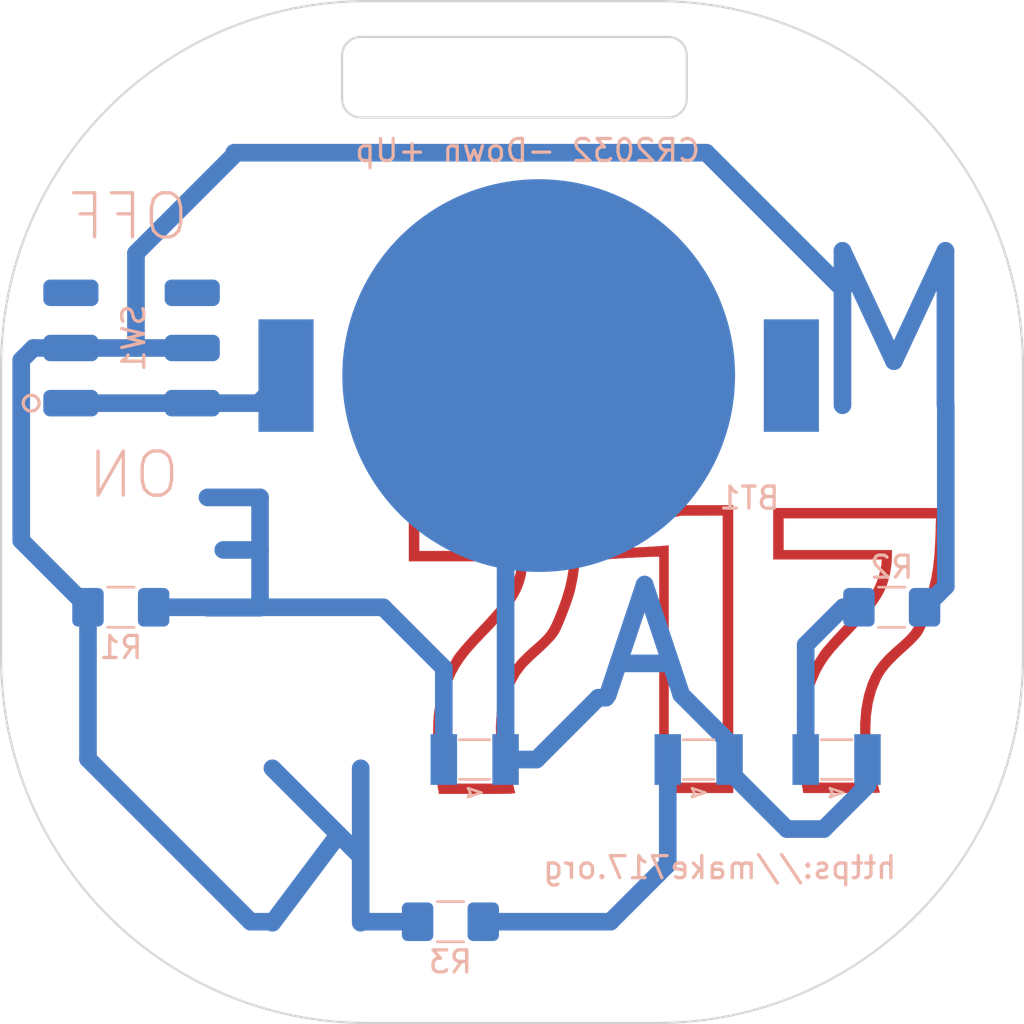
<source format=kicad_pcb>
(kicad_pcb (version 20171130) (host pcbnew "(5.1.5)-3")

  (general
    (thickness 1.6)
    (drawings 338)
    (tracks 41)
    (zones 0)
    (modules 12)
    (nets 9)
  )

  (page A4)
  (layers
    (0 F.Cu signal hide)
    (31 B.Cu signal)
    (32 B.Adhes user)
    (33 F.Adhes user)
    (34 B.Paste user)
    (35 F.Paste user)
    (36 B.SilkS user)
    (37 F.SilkS user)
    (38 B.Mask user)
    (39 F.Mask user hide)
    (40 Dwgs.User user)
    (41 Cmts.User user)
    (42 Eco1.User user)
    (43 Eco2.User user)
    (44 Edge.Cuts user)
    (45 Margin user)
    (46 B.CrtYd user)
    (47 F.CrtYd user)
    (48 B.Fab user)
    (49 F.Fab user)
  )

  (setup
    (last_trace_width 0.8)
    (user_trace_width 0.8)
    (trace_clearance 0.2)
    (zone_clearance 0.508)
    (zone_45_only no)
    (trace_min 0.2)
    (via_size 0.6)
    (via_drill 0.4)
    (via_min_size 0.4)
    (via_min_drill 0.3)
    (uvia_size 0.3)
    (uvia_drill 0.1)
    (uvias_allowed no)
    (uvia_min_size 0.2)
    (uvia_min_drill 0.1)
    (edge_width 0.15)
    (segment_width 0.2)
    (pcb_text_width 0.3)
    (pcb_text_size 1.5 1.5)
    (mod_edge_width 0.15)
    (mod_text_size 1 1)
    (mod_text_width 0.15)
    (pad_size 1.524 1.524)
    (pad_drill 0.762)
    (pad_to_mask_clearance 0.2)
    (aux_axis_origin 0 0)
    (visible_elements 7FFFFFFF)
    (pcbplotparams
      (layerselection 0x010f0_ffffffff)
      (usegerberextensions false)
      (usegerberattributes false)
      (usegerberadvancedattributes false)
      (creategerberjobfile false)
      (excludeedgelayer true)
      (linewidth 0.100000)
      (plotframeref false)
      (viasonmask false)
      (mode 1)
      (useauxorigin false)
      (hpglpennumber 1)
      (hpglpenspeed 20)
      (hpglpendiameter 15.000000)
      (psnegative false)
      (psa4output false)
      (plotreference true)
      (plotvalue true)
      (plotinvisibletext false)
      (padsonsilk false)
      (subtractmaskfromsilk false)
      (outputformat 1)
      (mirror false)
      (drillshape 0)
      (scaleselection 1)
      (outputdirectory "gerbers/"))
  )

  (net 0 "")
  (net 1 GND)
  (net 2 "Net-(BT1-Pad1)")
  (net 3 "Net-(D1-Pad2)")
  (net 4 "Net-(D2-Pad2)")
  (net 5 "Net-(D3-Pad2)")
  (net 6 "Net-(R1-Pad1)")
  (net 7 "Net-(SW1-Pad6)")
  (net 8 "Net-(SW1-Pad3)")

  (net_class Default "This is the default net class."
    (clearance 0.2)
    (trace_width 0.25)
    (via_dia 0.6)
    (via_drill 0.4)
    (uvia_dia 0.3)
    (uvia_drill 0.1)
    (add_net GND)
    (add_net "Net-(BT1-Pad1)")
    (add_net "Net-(D1-Pad2)")
    (add_net "Net-(D2-Pad2)")
    (add_net "Net-(D3-Pad2)")
    (add_net "Net-(R1-Pad1)")
    (add_net "Net-(SW1-Pad3)")
    (add_net "Net-(SW1-Pad6)")
  )

  (module LOGO (layer F.Cu) (tedit 0) (tstamp 0)
    (at 166 70.2)
    (fp_text reference G*** (at 0 0) (layer F.SilkS) hide
      (effects (font (size 1.524 1.524) (thickness 0.3)))
    )
    (fp_text value LOGO (at 0.75 0) (layer F.SilkS) hide
      (effects (font (size 1.524 1.524) (thickness 0.3)))
    )
    (fp_poly (pts (xy -22.098575 25.601084) (xy -22.111707 26.344404) (xy -22.148619 27.041318) (xy -22.208478 27.68393)
      (xy -22.290455 28.264345) (xy -22.393719 28.77467) (xy -22.458381 29.0195) (xy -22.528337 29.242041)
      (xy -22.618953 29.503313) (xy -22.722946 29.784786) (xy -22.833033 30.067927) (xy -22.941932 30.334206)
      (xy -23.04236 30.565089) (xy -23.127035 30.742046) (xy -23.157078 30.797447) (xy -23.26822 30.954908)
      (xy -23.444841 31.156832) (xy -23.683011 31.399192) (xy -23.9788 31.677965) (xy -24.275337 31.942948)
      (xy -24.632037 32.294493) (xy -24.918708 32.668425) (xy -25.144717 33.080232) (xy -25.319428 33.545397)
      (xy -25.383641 33.775602) (xy -25.470309 34.222806) (xy -25.521024 34.72668) (xy -25.53551 35.267114)
      (xy -25.513496 35.823996) (xy -25.454706 36.377217) (xy -25.421888 36.586843) (xy -25.388837 36.768009)
      (xy -25.346467 36.983862) (xy -25.298627 37.216572) (xy -25.249166 37.448306) (xy -25.201933 37.661234)
      (xy -25.160776 37.837523) (xy -25.129544 37.959344) (xy -25.117061 37.999155) (xy -25.122434 38.013865)
      (xy -25.155546 38.025968) (xy -25.223363 38.0357) (xy -25.332849 38.043302) (xy -25.49097 38.049009)
      (xy -25.704689 38.05306) (xy -25.980973 38.055694) (xy -26.326785 38.057146) (xy -26.749091 38.057657)
      (xy -26.830458 38.057667) (xy -28.566308 38.057667) (xy -28.616274 37.771917) (xy -28.691905 37.276232)
      (xy -28.75198 36.752004) (xy -28.795561 36.21781) (xy -28.821709 35.692227) (xy -28.829483 35.193832)
      (xy -28.817944 34.741203) (xy -28.788253 34.370644) (xy -28.668949 33.67589) (xy -28.4776 33.014772)
      (xy -28.216685 32.394206) (xy -27.888683 31.821109) (xy -27.858469 31.775814) (xy -27.764944 31.650227)
      (xy -27.623902 31.477679) (xy -27.447071 31.271696) (xy -27.246178 31.045806) (xy -27.03295 30.813535)
      (xy -26.922448 30.696153) (xy -26.55116 30.301734) (xy -26.236081 29.957743) (xy -25.971908 29.656429)
      (xy -25.753338 29.390042) (xy -25.57507 29.150832) (xy -25.4318 28.931047) (xy -25.318225 28.722938)
      (xy -25.229042 28.518753) (xy -25.15895 28.310743) (xy -25.102645 28.091157) (xy -25.085418 28.011122)
      (xy -25.053306 27.844809) (xy -25.029728 27.702019) (xy -25.019181 27.61038) (xy -25.019 27.603118)
      (xy -25.020267 27.584909) (xy -25.028346 27.569455) (xy -25.049656 27.556531) (xy -25.090616 27.545909)
      (xy -25.157643 27.537365) (xy -25.257156 27.530671) (xy -25.395574 27.525603) (xy -25.579314 27.521934)
      (xy -25.814795 27.519438) (xy -26.108436 27.51789) (xy -26.466654 27.517062) (xy -26.895868 27.51673)
      (xy -27.402497 27.516667) (xy -29.929666 27.516667) (xy -29.929666 25.611667) (xy -29.464 25.611667)
      (xy -29.464 27.051) (xy -24.540381 27.051) (xy -24.566109 27.52725) (xy -24.594804 27.867408)
      (xy -24.645715 28.18362) (xy -24.723593 28.484149) (xy -24.833187 28.777261) (xy -24.97925 29.071221)
      (xy -25.16653 29.374292) (xy -25.399779 29.69474) (xy -25.683748 30.040829) (xy -26.023187 30.420824)
      (xy -26.422846 30.842989) (xy -26.543216 30.966834) (xy -26.900828 31.344269) (xy -27.198485 31.6854)
      (xy -27.445037 32.00327) (xy -27.64933 32.310918) (xy -27.820213 32.621385) (xy -27.966531 32.947712)
      (xy -28.065368 33.21041) (xy -28.219974 33.756673) (xy -28.32346 34.365645) (xy -28.375628 35.032393)
      (xy -28.376279 35.751983) (xy -28.325215 36.519482) (xy -28.229141 37.285084) (xy -28.182384 37.592)
      (xy -25.686458 37.592) (xy -25.71354 37.49675) (xy -25.730477 37.422126) (xy -25.758604 37.281822)
      (xy -25.7945 37.093555) (xy -25.834744 36.875041) (xy -25.850482 36.787667) (xy -25.937511 36.176137)
      (xy -25.98249 35.561157) (xy -25.98587 34.958402) (xy -25.948102 34.383547) (xy -25.869636 33.85227)
      (xy -25.752699 33.385859) (xy -25.608073 32.985708) (xy -25.435914 32.627668) (xy -25.225363 32.29613)
      (xy -24.965561 31.975487) (xy -24.645651 31.650129) (xy -24.377252 31.408724) (xy -24.135268 31.197401)
      (xy -23.942355 31.019886) (xy -23.788032 30.861008) (xy -23.661815 30.705593) (xy -23.553225 30.538468)
      (xy -23.45178 30.344461) (xy -23.346997 30.1084) (xy -23.228396 29.81511) (xy -23.165414 29.6545)
      (xy -22.994991 29.183929) (xy -22.858313 28.725388) (xy -22.752097 28.26101) (xy -22.673061 27.772928)
      (xy -22.617919 27.243275) (xy -22.583388 26.654184) (xy -22.57608 26.44775) (xy -22.550537 25.611667)
      (xy -29.464 25.611667) (xy -29.929666 25.611667) (xy -29.929666 25.146) (xy -22.098 25.146)
      (xy -22.098575 25.601084)) (layer F.Cu) (width 0.01))
    (fp_poly (pts (xy -15.24 38.015334) (xy -18.584333 38.015334) (xy -18.584333 27.305) (xy -18.767365 27.305)
      (xy -18.873119 27.307407) (xy -19.046617 27.31405) (xy -19.271092 27.324066) (xy -19.529775 27.336589)
      (xy -19.805898 27.350757) (xy -20.082692 27.365703) (xy -20.34339 27.380564) (xy -20.571223 27.394475)
      (xy -20.749422 27.406572) (xy -20.775083 27.408501) (xy -21.039666 27.428815) (xy -21.039666 26.924)
      (xy -20.577066 26.924) (xy -20.36529 26.924) (xy -20.247099 26.921425) (xy -20.062159 26.914333)
      (xy -19.828212 26.903672) (xy -19.562999 26.89039) (xy -19.284261 26.875434) (xy -19.009741 26.859754)
      (xy -18.757178 26.844297) (xy -18.544316 26.830012) (xy -18.404416 26.819205) (xy -18.161 26.798298)
      (xy -18.161 37.549667) (xy -15.705666 37.549667) (xy -15.705666 25.442334) (xy -17.5895 25.444708)
      (xy -19.071166 25.774851) (xy -20.552833 26.104995) (xy -20.564949 26.514498) (xy -20.577066 26.924)
      (xy -21.039666 26.924) (xy -21.039666 26.584547) (xy -21.039441 26.297542) (xy -21.037943 26.083975)
      (xy -21.033936 25.932619) (xy -21.026185 25.832244) (xy -21.013455 25.771623) (xy -20.994512 25.739528)
      (xy -20.968119 25.724729) (xy -20.944416 25.718619) (xy -20.882975 25.704899) (xy -20.748381 25.675009)
      (xy -20.550153 25.631059) (xy -20.297807 25.575156) (xy -20.000862 25.509409) (xy -19.668835 25.435927)
      (xy -19.311245 25.356817) (xy -19.220802 25.336812) (xy -17.592437 24.976667) (xy -15.24 24.976667)
      (xy -15.24 38.015334)) (layer F.Cu) (width 0.01))
    (fp_poly (pts (xy -5.588384 25.579917) (xy -5.60151 26.316967) (xy -5.639051 27.011236) (xy -5.700076 27.653981)
      (xy -5.783654 28.236456) (xy -5.888855 28.749916) (xy -5.95052 28.982341) (xy -6.024014 29.215941)
      (xy -6.117675 29.483622) (xy -6.224654 29.768536) (xy -6.3381 30.053832) (xy -6.451167 30.322659)
      (xy -6.557003 30.558169) (xy -6.648761 30.74351) (xy -6.707245 30.844062) (xy -6.797022 30.959439)
      (xy -6.932339 31.109195) (xy -7.094074 31.273051) (xy -7.245796 31.415255) (xy -7.559324 31.700324)
      (xy -7.815334 31.94159) (xy -8.022187 32.148433) (xy -8.188243 32.330234) (xy -8.321862 32.496374)
      (xy -8.431404 32.656235) (xy -8.525229 32.819197) (xy -8.563475 32.893874) (xy -8.771914 33.400213)
      (xy -8.918212 33.955135) (xy -9.002847 34.561602) (xy -9.026294 35.222573) (xy -9.010018 35.665834)
      (xy -8.980879 35.988681) (xy -8.932281 36.363244) (xy -8.869114 36.760146) (xy -8.796265 37.150012)
      (xy -8.718624 37.503468) (xy -8.67705 37.666556) (xy -8.636994 37.81678) (xy -8.607459 37.932431)
      (xy -8.593967 37.991771) (xy -8.593666 37.994639) (xy -8.634522 37.999105) (xy -8.751181 38.00324)
      (xy -8.93478 38.006938) (xy -9.176455 38.010093) (xy -9.467343 38.012599) (xy -9.798581 38.014351)
      (xy -10.161305 38.015241) (xy -10.324622 38.015334) (xy -12.055577 38.015334) (xy -12.080161 37.87775)
      (xy -12.147849 37.485711) (xy -12.200015 37.146461) (xy -12.238596 36.837677) (xy -12.265527 36.53704)
      (xy -12.282746 36.222229) (xy -12.29219 35.870923) (xy -12.295794 35.4608) (xy -12.295955 35.390667)
      (xy -12.295496 35.022072) (xy -12.292352 34.724879) (xy -12.285872 34.485847) (xy -12.275403 34.291736)
      (xy -12.260294 34.129304) (xy -12.239893 33.985313) (xy -12.222003 33.887834) (xy -12.060405 33.232198)
      (xy -11.846327 32.634897) (xy -11.57489 32.084246) (xy -11.270818 31.609506) (xy -11.16879 31.478216)
      (xy -11.019568 31.301118) (xy -10.835718 31.092381) (xy -10.629808 30.86617) (xy -10.414405 30.636654)
      (xy -10.328336 30.547028) (xy -9.976714 30.178538) (xy -9.68188 29.857928) (xy -9.437213 29.576976)
      (xy -9.236091 29.32746) (xy -9.071894 29.101156) (xy -8.937999 28.889842) (xy -8.827785 28.685294)
      (xy -8.825589 28.680834) (xy -8.714334 28.422524) (xy -8.620166 28.143114) (xy -8.550635 27.869817)
      (xy -8.513292 27.629849) (xy -8.509 27.539618) (xy -8.509 27.432) (xy -13.419666 27.432)
      (xy -13.419666 25.569334) (xy -12.954 25.569334) (xy -12.954 27.008667) (xy -8.043333 27.008667)
      (xy -8.043333 27.299455) (xy -8.06572 27.660366) (xy -8.127775 28.050744) (xy -8.22184 28.429852)
      (xy -8.298255 28.655443) (xy -8.397538 28.883584) (xy -8.523383 29.117167) (xy -8.681389 29.363488)
      (xy -8.877155 29.62984) (xy -9.116278 29.923518) (xy -9.404359 30.251817) (xy -9.746995 30.62203)
      (xy -10.053377 30.942162) (xy -10.370169 31.276574) (xy -10.631325 31.569516) (xy -10.846483 31.833437)
      (xy -11.025284 32.080787) (xy -11.177368 32.324015) (xy -11.301717 32.554334) (xy -11.515377 33.041138)
      (xy -11.678792 33.558861) (xy -11.792678 34.114181) (xy -11.857754 34.713772) (xy -11.874737 35.364313)
      (xy -11.844346 36.072479) (xy -11.767298 36.844947) (xy -11.765002 36.863369) (xy -11.737077 37.087691)
      (xy -11.713316 37.280866) (xy -11.695528 37.427987) (xy -11.685526 37.514147) (xy -11.684 37.530119)
      (xy -11.643406 37.535056) (xy -11.528581 37.539534) (xy -11.349959 37.543392) (xy -11.117976 37.546465)
      (xy -10.843066 37.54859) (xy -10.535664 37.549604) (xy -10.435166 37.549667) (xy -10.119793 37.54913)
      (xy -9.833669 37.547613) (xy -9.58723 37.545252) (xy -9.39091 37.542185) (xy -9.255145 37.538552)
      (xy -9.190368 37.534488) (xy -9.186333 37.53316) (xy -9.194326 37.487333) (xy -9.215858 37.37717)
      (xy -9.247255 37.221236) (xy -9.271023 37.105055) (xy -9.402642 36.327924) (xy -9.471846 35.583346)
      (xy -9.478935 34.876027) (xy -9.424208 34.210675) (xy -9.307965 33.591997) (xy -9.130506 33.024702)
      (xy -8.990675 32.7025) (xy -8.810951 32.380646) (xy -8.589222 32.074298) (xy -8.313353 31.768635)
      (xy -7.971206 31.448836) (xy -7.946388 31.42721) (xy -7.682863 31.196757) (xy -7.473389 31.006043)
      (xy -7.307331 30.840177) (xy -7.174058 30.684268) (xy -7.062935 30.523424) (xy -6.963328 30.342755)
      (xy -6.864606 30.127369) (xy -6.756134 29.862374) (xy -6.66745 29.636155) (xy -6.496281 29.165431)
      (xy -6.358992 28.71316) (xy -6.252102 28.260729) (xy -6.172137 27.789525) (xy -6.115617 27.280935)
      (xy -6.079065 26.716346) (xy -6.067802 26.426584) (xy -6.040347 25.569334) (xy -12.954 25.569334)
      (xy -13.419666 25.569334) (xy -13.419666 25.103667) (xy -5.588 25.103667) (xy -5.588384 25.579917)) (layer F.Cu) (width 0.01))
  )

  (module LOGO (layer F.Cu) (tedit 0) (tstamp 0)
    (at 0 0)
    (fp_text reference G*** (at 0 0) (layer F.SilkS) hide
      (effects (font (size 1.524 1.524) (thickness 0.3)))
    )
    (fp_text value LOGO (at 0.75 0) (layer F.SilkS) hide
      (effects (font (size 1.524 1.524) (thickness 0.3)))
    )
  )

  (module Resistor_SMD:R_1206_3216Metric_Pad1.42x1.75mm_HandSolder (layer B.Cu) (tedit 5B301BBD) (tstamp 5E365BCF)
    (at 137.95 114.05)
    (descr "Resistor SMD 1206 (3216 Metric), square (rectangular) end terminal, IPC_7351 nominal with elongated pad for handsoldering. (Body size source: http://www.tortai-tech.com/upload/download/2011102023233369053.pdf), generated with kicad-footprint-generator")
    (tags "resistor handsolder")
    (path /5E367253)
    (attr smd)
    (fp_text reference R3 (at 0 1.82) (layer B.SilkS)
      (effects (font (size 1 1) (thickness 0.15)) (justify mirror))
    )
    (fp_text value R (at 0 -1.82) (layer B.Fab)
      (effects (font (size 1 1) (thickness 0.15)) (justify mirror))
    )
    (fp_text user %R (at 0 0) (layer B.Fab)
      (effects (font (size 0.8 0.8) (thickness 0.12)) (justify mirror))
    )
    (fp_line (start 2.45 -1.12) (end -2.45 -1.12) (layer B.CrtYd) (width 0.05))
    (fp_line (start 2.45 1.12) (end 2.45 -1.12) (layer B.CrtYd) (width 0.05))
    (fp_line (start -2.45 1.12) (end 2.45 1.12) (layer B.CrtYd) (width 0.05))
    (fp_line (start -2.45 -1.12) (end -2.45 1.12) (layer B.CrtYd) (width 0.05))
    (fp_line (start -0.602064 -0.91) (end 0.602064 -0.91) (layer B.SilkS) (width 0.12))
    (fp_line (start -0.602064 0.91) (end 0.602064 0.91) (layer B.SilkS) (width 0.12))
    (fp_line (start 1.6 -0.8) (end -1.6 -0.8) (layer B.Fab) (width 0.1))
    (fp_line (start 1.6 0.8) (end 1.6 -0.8) (layer B.Fab) (width 0.1))
    (fp_line (start -1.6 0.8) (end 1.6 0.8) (layer B.Fab) (width 0.1))
    (fp_line (start -1.6 -0.8) (end -1.6 0.8) (layer B.Fab) (width 0.1))
    (pad 2 smd roundrect (at 1.4875 0) (size 1.425 1.75) (layers B.Cu B.Paste B.Mask) (roundrect_rratio 0.175439)
      (net 5 "Net-(D3-Pad2)"))
    (pad 1 smd roundrect (at -1.4875 0) (size 1.425 1.75) (layers B.Cu B.Paste B.Mask) (roundrect_rratio 0.175439)
      (net 6 "Net-(R1-Pad1)"))
    (model ${KISYS3DMOD}/Resistor_SMD.3dshapes/R_1206_3216Metric.wrl
      (at (xyz 0 0 0))
      (scale (xyz 1 1 1))
      (rotate (xyz 0 0 0))
    )
  )

  (module myparts:LED_0807 (layer B.Cu) (tedit 5C099623) (tstamp 5E365B7E)
    (at 149.2 106.7 180)
    (descr "LED 1206 smd package")
    (tags "LED led 1206 SMD smd SMT smt smdled SMDLED smtled SMTLED")
    (path /5E367249)
    (attr smd)
    (fp_text reference D3 (at 0 2.380762) (layer B.SilkS)
      (effects (font (size 0 0) (thickness 0.15)) (justify mirror))
    )
    (fp_text value LED (at 0 -1.7) (layer B.Fab)
      (effects (font (size 0 0) (thickness 0.15)) (justify mirror))
    )
    (fp_circle (center 0 0) (end 0.1 0) (layer B.Mask) (width 1))
    (fp_line (start -2.65 1) (end 2.65 1) (layer B.CrtYd) (width 0.05))
    (fp_line (start -2.65 -1) (end -2.65 1) (layer B.CrtYd) (width 0.05))
    (fp_line (start 2.65 -1) (end -2.65 -1) (layer B.CrtYd) (width 0.05))
    (fp_line (start 2.65 1) (end 2.65 -1) (layer B.CrtYd) (width 0.05))
    (fp_line (start -0.7 0.9) (end 0.7 0.9) (layer B.SilkS) (width 0.12))
    (fp_line (start -0.7 -0.9) (end 0.7 -0.9) (layer B.SilkS) (width 0.12))
    (fp_line (start -1.6 -0.8) (end -1.6 0.8) (layer B.Fab) (width 0.1))
    (fp_line (start -1.6 0.8) (end 1.6 0.8) (layer B.Fab) (width 0.1))
    (fp_line (start 1.6 0.8) (end 1.6 -0.8) (layer B.Fab) (width 0.1))
    (fp_line (start 1.6 -0.8) (end -1.6 -0.8) (layer B.Fab) (width 0.1))
    (fp_line (start 0.2 0.4) (end 0.2 -0.4) (layer B.Fab) (width 0.1))
    (fp_line (start 0.2 -0.4) (end -0.4 0) (layer B.Fab) (width 0.1))
    (fp_line (start -0.4 0) (end 0.2 0.4) (layer B.Fab) (width 0.1))
    (fp_line (start -0.45 0.4) (end -0.45 -0.4) (layer B.Fab) (width 0.1))
    (fp_line (start -0.3 -1.5) (end 0.3 -1.3) (layer B.SilkS) (width 0.12))
    (fp_line (start -0.3 -1.5) (end 0.3 -1.7) (layer B.SilkS) (width 0.12))
    (fp_line (start 0.2 -1.5) (end 0.3 -1.7) (layer B.SilkS) (width 0.12))
    (fp_line (start 0.3 -1.3) (end 0.2 -1.5) (layer B.SilkS) (width 0.12))
    (pad 1 smd rect (at -1.4 0) (size 1.2 2.3) (layers B.Cu B.Paste B.Mask)
      (net 1 GND))
    (pad 2 smd rect (at 1.4 0) (size 1.2 2.3) (layers B.Cu B.Paste B.Mask)
      (net 5 "Net-(D3-Pad2)"))
    (model ${KISYS3DMOD}/LEDs.3dshapes/LED_1206.wrl
      (at (xyz 0 0 0))
      (scale (xyz 1 1 1))
      (rotate (xyz 0 0 180))
    )
  )

  (module myparts:LED_0807 (layer B.Cu) (tedit 5C099623) (tstamp 5E2B8326)
    (at 155.45 106.7 180)
    (descr "LED 1206 smd package")
    (tags "LED led 1206 SMD smd SMT smt smdled SMDLED smtled SMTLED")
    (path /5E2B8412)
    (attr smd)
    (fp_text reference D2 (at 0 2.380762) (layer B.SilkS)
      (effects (font (size 0 0) (thickness 0.15)) (justify mirror))
    )
    (fp_text value LED (at 0 -1.7) (layer B.Fab)
      (effects (font (size 0 0) (thickness 0.15)) (justify mirror))
    )
    (fp_circle (center 0 0) (end 0.1 0) (layer B.Mask) (width 1))
    (fp_line (start -2.65 1) (end 2.65 1) (layer B.CrtYd) (width 0.05))
    (fp_line (start -2.65 -1) (end -2.65 1) (layer B.CrtYd) (width 0.05))
    (fp_line (start 2.65 -1) (end -2.65 -1) (layer B.CrtYd) (width 0.05))
    (fp_line (start 2.65 1) (end 2.65 -1) (layer B.CrtYd) (width 0.05))
    (fp_line (start -0.7 0.9) (end 0.7 0.9) (layer B.SilkS) (width 0.12))
    (fp_line (start -0.7 -0.9) (end 0.7 -0.9) (layer B.SilkS) (width 0.12))
    (fp_line (start -1.6 -0.8) (end -1.6 0.8) (layer B.Fab) (width 0.1))
    (fp_line (start -1.6 0.8) (end 1.6 0.8) (layer B.Fab) (width 0.1))
    (fp_line (start 1.6 0.8) (end 1.6 -0.8) (layer B.Fab) (width 0.1))
    (fp_line (start 1.6 -0.8) (end -1.6 -0.8) (layer B.Fab) (width 0.1))
    (fp_line (start 0.2 0.4) (end 0.2 -0.4) (layer B.Fab) (width 0.1))
    (fp_line (start 0.2 -0.4) (end -0.4 0) (layer B.Fab) (width 0.1))
    (fp_line (start -0.4 0) (end 0.2 0.4) (layer B.Fab) (width 0.1))
    (fp_line (start -0.45 0.4) (end -0.45 -0.4) (layer B.Fab) (width 0.1))
    (fp_line (start -0.3 -1.5) (end 0.3 -1.3) (layer B.SilkS) (width 0.12))
    (fp_line (start -0.3 -1.5) (end 0.3 -1.7) (layer B.SilkS) (width 0.12))
    (fp_line (start 0.2 -1.5) (end 0.3 -1.7) (layer B.SilkS) (width 0.12))
    (fp_line (start 0.3 -1.3) (end 0.2 -1.5) (layer B.SilkS) (width 0.12))
    (pad 1 smd rect (at -1.4 0) (size 1.2 2.3) (layers B.Cu B.Paste B.Mask)
      (net 1 GND))
    (pad 2 smd rect (at 1.4 0) (size 1.2 2.3) (layers B.Cu B.Paste B.Mask)
      (net 4 "Net-(D2-Pad2)"))
    (model ${KISYS3DMOD}/LEDs.3dshapes/LED_1206.wrl
      (at (xyz 0 0 0))
      (scale (xyz 1 1 1))
      (rotate (xyz 0 0 180))
    )
  )

  (module myparts:LED_0807 (layer B.Cu) (tedit 5C099623) (tstamp 5E2B831A)
    (at 139.05 106.7 180)
    (descr "LED 1206 smd package")
    (tags "LED led 1206 SMD smd SMT smt smdled SMDLED smtled SMTLED")
    (path /5E2B7FF3)
    (attr smd)
    (fp_text reference D1 (at 0 2.380762) (layer B.SilkS)
      (effects (font (size 0 0) (thickness 0.15)) (justify mirror))
    )
    (fp_text value LED (at 0 -1.7) (layer B.Fab)
      (effects (font (size 0 0) (thickness 0.15)) (justify mirror))
    )
    (fp_circle (center 0 0) (end 0.1 0) (layer B.Mask) (width 1))
    (fp_line (start -2.65 1) (end 2.65 1) (layer B.CrtYd) (width 0.05))
    (fp_line (start -2.65 -1) (end -2.65 1) (layer B.CrtYd) (width 0.05))
    (fp_line (start 2.65 -1) (end -2.65 -1) (layer B.CrtYd) (width 0.05))
    (fp_line (start 2.65 1) (end 2.65 -1) (layer B.CrtYd) (width 0.05))
    (fp_line (start -0.7 0.9) (end 0.7 0.9) (layer B.SilkS) (width 0.12))
    (fp_line (start -0.7 -0.9) (end 0.7 -0.9) (layer B.SilkS) (width 0.12))
    (fp_line (start -1.6 -0.8) (end -1.6 0.8) (layer B.Fab) (width 0.1))
    (fp_line (start -1.6 0.8) (end 1.6 0.8) (layer B.Fab) (width 0.1))
    (fp_line (start 1.6 0.8) (end 1.6 -0.8) (layer B.Fab) (width 0.1))
    (fp_line (start 1.6 -0.8) (end -1.6 -0.8) (layer B.Fab) (width 0.1))
    (fp_line (start 0.2 0.4) (end 0.2 -0.4) (layer B.Fab) (width 0.1))
    (fp_line (start 0.2 -0.4) (end -0.4 0) (layer B.Fab) (width 0.1))
    (fp_line (start -0.4 0) (end 0.2 0.4) (layer B.Fab) (width 0.1))
    (fp_line (start -0.45 0.4) (end -0.45 -0.4) (layer B.Fab) (width 0.1))
    (fp_line (start -0.3 -1.5) (end 0.3 -1.3) (layer B.SilkS) (width 0.12))
    (fp_line (start -0.3 -1.5) (end 0.3 -1.7) (layer B.SilkS) (width 0.12))
    (fp_line (start 0.2 -1.5) (end 0.3 -1.7) (layer B.SilkS) (width 0.12))
    (fp_line (start 0.3 -1.3) (end 0.2 -1.5) (layer B.SilkS) (width 0.12))
    (pad 1 smd rect (at -1.4 0) (size 1.2 2.3) (layers B.Cu B.Paste B.Mask)
      (net 1 GND))
    (pad 2 smd rect (at 1.4 0) (size 1.2 2.3) (layers B.Cu B.Paste B.Mask)
      (net 3 "Net-(D1-Pad2)"))
    (model ${KISYS3DMOD}/LEDs.3dshapes/LED_1206.wrl
      (at (xyz 0 0 0))
      (scale (xyz 1 1 1))
      (rotate (xyz 0 0 180))
    )
  )

  (module linx-bat-hld-001:linx-bat-hld-001 (layer B.Cu) (tedit 55CAE777) (tstamp 5E2B830E)
    (at 141.95 89.3)
    (path /5E2B78A9)
    (fp_text reference BT1 (at 9.55 5.55) (layer B.SilkS)
      (effects (font (size 1 1) (thickness 0.15)) (justify mirror))
    )
    (fp_text value Battery_Cell (at 0 10.16) (layer B.Fab)
      (effects (font (size 1 1) (thickness 0.15)) (justify mirror))
    )
    (pad 1 smd rect (at 11.45 0) (size 2.5 5.1) (layers B.Cu B.Paste B.Mask)
      (net 2 "Net-(BT1-Pad1)"))
    (pad 1 smd rect (at -11.45 0) (size 2.5 5.1) (layers B.Cu B.Paste B.Mask)
      (net 2 "Net-(BT1-Pad1)"))
    (pad 2 smd circle (at 0 0) (size 17.8 17.8) (layers B.Cu B.Paste B.Mask)
      (net 1 GND))
  )

  (module Resistor_SMD:R_1206_3216Metric_Pad1.42x1.75mm_HandSolder (layer B.Cu) (tedit 5B301BBD) (tstamp 5E2B8348)
    (at 157.95 99.8 180)
    (descr "Resistor SMD 1206 (3216 Metric), square (rectangular) end terminal, IPC_7351 nominal with elongated pad for handsoldering. (Body size source: http://www.tortai-tech.com/upload/download/2011102023233369053.pdf), generated with kicad-footprint-generator")
    (tags "resistor handsolder")
    (path /5E2BA48A)
    (attr smd)
    (fp_text reference R2 (at 0 1.82) (layer B.SilkS)
      (effects (font (size 1 1) (thickness 0.15)) (justify mirror))
    )
    (fp_text value R (at 0 -1.82) (layer B.Fab)
      (effects (font (size 1 1) (thickness 0.15)) (justify mirror))
    )
    (fp_text user %R (at 0 0) (layer B.Fab)
      (effects (font (size 0.8 0.8) (thickness 0.12)) (justify mirror))
    )
    (fp_line (start 2.45 -1.12) (end -2.45 -1.12) (layer B.CrtYd) (width 0.05))
    (fp_line (start 2.45 1.12) (end 2.45 -1.12) (layer B.CrtYd) (width 0.05))
    (fp_line (start -2.45 1.12) (end 2.45 1.12) (layer B.CrtYd) (width 0.05))
    (fp_line (start -2.45 -1.12) (end -2.45 1.12) (layer B.CrtYd) (width 0.05))
    (fp_line (start -0.602064 -0.91) (end 0.602064 -0.91) (layer B.SilkS) (width 0.12))
    (fp_line (start -0.602064 0.91) (end 0.602064 0.91) (layer B.SilkS) (width 0.12))
    (fp_line (start 1.6 -0.8) (end -1.6 -0.8) (layer B.Fab) (width 0.1))
    (fp_line (start 1.6 0.8) (end 1.6 -0.8) (layer B.Fab) (width 0.1))
    (fp_line (start -1.6 0.8) (end 1.6 0.8) (layer B.Fab) (width 0.1))
    (fp_line (start -1.6 -0.8) (end -1.6 0.8) (layer B.Fab) (width 0.1))
    (pad 2 smd roundrect (at 1.4875 0 180) (size 1.425 1.75) (layers B.Cu B.Paste B.Mask) (roundrect_rratio 0.175439)
      (net 4 "Net-(D2-Pad2)"))
    (pad 1 smd roundrect (at -1.4875 0 180) (size 1.425 1.75) (layers B.Cu B.Paste B.Mask) (roundrect_rratio 0.175439)
      (net 6 "Net-(R1-Pad1)"))
    (model ${KISYS3DMOD}/Resistor_SMD.3dshapes/R_1206_3216Metric.wrl
      (at (xyz 0 0 0))
      (scale (xyz 1 1 1))
      (rotate (xyz 0 0 0))
    )
  )

  (module Resistor_SMD:R_1206_3216Metric_Pad1.42x1.75mm_HandSolder (layer B.Cu) (tedit 5B301BBD) (tstamp 5E2B8337)
    (at 123.0125 99.8)
    (descr "Resistor SMD 1206 (3216 Metric), square (rectangular) end terminal, IPC_7351 nominal with elongated pad for handsoldering. (Body size source: http://www.tortai-tech.com/upload/download/2011102023233369053.pdf), generated with kicad-footprint-generator")
    (tags "resistor handsolder")
    (path /5E2B8A10)
    (attr smd)
    (fp_text reference R1 (at 0 1.82) (layer B.SilkS)
      (effects (font (size 1 1) (thickness 0.15)) (justify mirror))
    )
    (fp_text value R (at 0 -1.82) (layer B.Fab)
      (effects (font (size 1 1) (thickness 0.15)) (justify mirror))
    )
    (fp_text user %R (at 0.05 0.162488) (layer B.Fab)
      (effects (font (size 0.8 0.8) (thickness 0.12)) (justify mirror))
    )
    (fp_line (start 2.45 -1.12) (end -2.45 -1.12) (layer B.CrtYd) (width 0.05))
    (fp_line (start 2.45 1.12) (end 2.45 -1.12) (layer B.CrtYd) (width 0.05))
    (fp_line (start -2.45 1.12) (end 2.45 1.12) (layer B.CrtYd) (width 0.05))
    (fp_line (start -2.45 -1.12) (end -2.45 1.12) (layer B.CrtYd) (width 0.05))
    (fp_line (start -0.602064 -0.91) (end 0.602064 -0.91) (layer B.SilkS) (width 0.12))
    (fp_line (start -0.602064 0.91) (end 0.602064 0.91) (layer B.SilkS) (width 0.12))
    (fp_line (start 1.6 -0.8) (end -1.6 -0.8) (layer B.Fab) (width 0.1))
    (fp_line (start 1.6 0.8) (end 1.6 -0.8) (layer B.Fab) (width 0.1))
    (fp_line (start -1.6 0.8) (end 1.6 0.8) (layer B.Fab) (width 0.1))
    (fp_line (start -1.6 -0.8) (end -1.6 0.8) (layer B.Fab) (width 0.1))
    (pad 2 smd roundrect (at 1.4875 0) (size 1.425 1.75) (layers B.Cu B.Paste B.Mask) (roundrect_rratio 0.175439)
      (net 3 "Net-(D1-Pad2)"))
    (pad 1 smd roundrect (at -1.4875 0) (size 1.425 1.75) (layers B.Cu B.Paste B.Mask) (roundrect_rratio 0.175439)
      (net 6 "Net-(R1-Pad1)"))
    (model ${KISYS3DMOD}/Resistor_SMD.3dshapes/R_1206_3216Metric.wrl
      (at (xyz 0 0 0))
      (scale (xyz 1 1 1))
      (rotate (xyz 0 0 0))
    )
  )

  (module LOGO (layer F.Cu) (tedit 0) (tstamp 0)
    (at 166 70.2)
    (fp_text reference G*** (at 0 0) (layer F.SilkS) hide
      (effects (font (size 1.524 1.524) (thickness 0.3)))
    )
    (fp_text value LOGO (at 0.75 0) (layer F.SilkS) hide
      (effects (font (size 1.524 1.524) (thickness 0.3)))
    )
    (fp_poly (pts (xy -27.766099 2.080922) (xy -26.809693 2.081686) (xy -25.770621 2.083086) (xy -24.870833 2.084678)
      (xy -23.922913 2.086526) (xy -23.055734 2.088269) (xy -22.26537 2.089958) (xy -21.547894 2.091642)
      (xy -20.89938 2.093371) (xy -20.315904 2.095197) (xy -19.793538 2.097169) (xy -19.328357 2.099336)
      (xy -18.916435 2.10175) (xy -18.553846 2.104461) (xy -18.236664 2.107518) (xy -17.960963 2.110971)
      (xy -17.722817 2.114872) (xy -17.518301 2.11927) (xy -17.343487 2.124215) (xy -17.19445 2.129757)
      (xy -17.067265 2.135947) (xy -16.958005 2.142834) (xy -16.862745 2.15047) (xy -16.777558 2.158903)
      (xy -16.698518 2.168185) (xy -16.6217 2.178365) (xy -16.543177 2.189494) (xy -16.531166 2.191225)
      (xy -15.490074 2.367437) (xy -14.506419 2.588895) (xy -13.563285 2.860343) (xy -12.643759 3.186523)
      (xy -11.938 3.47936) (xy -10.891473 3.986324) (xy -9.884724 4.565719) (xy -8.921785 5.21373)
      (xy -8.006685 5.926542) (xy -7.143456 6.700338) (xy -6.336129 7.531303) (xy -5.588734 8.41562)
      (xy -4.905302 9.349474) (xy -4.289864 10.329048) (xy -3.855076 11.131379) (xy -3.395636 12.107588)
      (xy -3.008499 13.079024) (xy -2.688993 14.061232) (xy -2.432444 15.069753) (xy -2.23418 16.12013)
      (xy -2.129832 16.869834) (xy -2.120398 16.951953) (xy -2.111767 17.037781) (xy -2.103904 17.131217)
      (xy -2.096773 17.236161) (xy -2.090339 17.356514) (xy -2.084566 17.496177) (xy -2.079418 17.659048)
      (xy -2.074862 17.849029) (xy -2.070859 18.070019) (xy -2.067377 18.325919) (xy -2.064378 18.620629)
      (xy -2.061827 18.958049) (xy -2.059689 19.34208) (xy -2.057929 19.776622) (xy -2.05651 20.265574)
      (xy -2.055397 20.812838) (xy -2.054556 21.422313) (xy -2.05395 22.0979) (xy -2.053543 22.843498)
      (xy -2.053301 23.663009) (xy -2.053188 24.560332) (xy -2.053166 25.294167) (xy -2.053128 26.269258)
      (xy -2.053087 27.163746) (xy -2.053152 27.981695) (xy -2.053433 28.727168) (xy -2.054039 29.404228)
      (xy -2.05508 30.01694) (xy -2.056666 30.569366) (xy -2.058906 31.065571) (xy -2.06191 31.509618)
      (xy -2.065787 31.905571) (xy -2.070647 32.257492) (xy -2.0766 32.569447) (xy -2.083754 32.845497)
      (xy -2.092221 33.089708) (xy -2.102108 33.306141) (xy -2.113526 33.498862) (xy -2.126585 33.671933)
      (xy -2.141394 33.829418) (xy -2.158062 33.975381) (xy -2.1767 34.113886) (xy -2.197416 34.248995)
      (xy -2.22032 34.384772) (xy -2.245522 34.525281) (xy -2.273132 34.674586) (xy -2.303258 34.83675)
      (xy -2.311728 34.882667) (xy -2.567477 36.042536) (xy -2.901418 37.17196) (xy -3.311685 38.268046)
      (xy -3.796412 39.327903) (xy -4.353734 40.34864) (xy -4.981786 41.327363) (xy -5.678701 42.261182)
      (xy -6.442613 43.147206) (xy -7.271658 43.982541) (xy -8.16397 44.764297) (xy -9.117682 45.489583)
      (xy -9.186333 45.537911) (xy -10.12758 46.147145) (xy -11.12064 46.694647) (xy -12.155176 47.176179)
      (xy -13.220852 47.587505) (xy -14.307329 47.924387) (xy -15.404271 48.182588) (xy -15.828171 48.260286)
      (xy -15.99063 48.287828) (xy -16.139807 48.31303) (xy -16.279889 48.335999) (xy -16.415065 48.356842)
      (xy -16.549524 48.375667) (xy -16.687455 48.392581) (xy -16.833046 48.40769) (xy -16.990486 48.421101)
      (xy -17.163963 48.432923) (xy -17.357667 48.443261) (xy -17.575785 48.452224) (xy -17.822507 48.459917)
      (xy -18.102022 48.466449) (xy -18.418517 48.471927) (xy -18.776182 48.476456) (xy -19.179206 48.480146)
      (xy -19.631776 48.483102) (xy -20.138082 48.485432) (xy -20.702313 48.487243) (xy -21.328656 48.488641)
      (xy -22.021302 48.489736) (xy -22.784437 48.490632) (xy -23.622252 48.491438) (xy -24.538934 48.49226)
      (xy -24.913166 48.492603) (xy -25.705349 48.493264) (xy -26.477229 48.49376) (xy -27.224321 48.494095)
      (xy -27.94214 48.49427) (xy -28.626202 48.494291) (xy -29.272021 48.494162) (xy -29.875112 48.493884)
      (xy -30.43099 48.493464) (xy -30.935171 48.492903) (xy -31.383169 48.492205) (xy -31.770499 48.491375)
      (xy -32.092676 48.490416) (xy -32.345215 48.489332) (xy -32.523632 48.488126) (xy -32.623441 48.486801)
      (xy -32.639 48.486309) (xy -33.778213 48.39059) (xy -34.914982 48.214551) (xy -36.040795 47.96078)
      (xy -37.147141 47.631862) (xy -38.225508 47.230385) (xy -39.267385 46.758933) (xy -39.785256 46.479009)
      (xy -18.626874 46.479009) (xy -18.589173 46.477638) (xy -18.501193 46.460201) (xy -18.354092 46.424804)
      (xy -18.139026 46.369551) (xy -17.99262 46.331082) (xy -16.802079 45.973268) (xy -15.633943 45.535465)
      (xy -14.493814 45.020664) (xy -13.387292 44.431858) (xy -12.319979 43.77204) (xy -11.297476 43.044202)
      (xy -10.325384 42.251337) (xy -10.27684 42.208843) (xy -9.370476 41.362422) (xy -8.492135 40.442081)
      (xy -7.647095 39.455453) (xy -6.840629 38.410171) (xy -6.078012 37.313868) (xy -5.364521 36.174177)
      (xy -4.705429 34.998731) (xy -4.106011 33.795163) (xy -3.571544 32.571106) (xy -3.509123 32.415928)
      (xy -3.421035 32.188414) (xy -3.325196 31.93011) (xy -3.227492 31.658035) (xy -3.133812 31.389206)
      (xy -3.050045 31.140638) (xy -2.982077 30.92935) (xy -2.935798 30.772359) (xy -2.923494 30.723417)
      (xy -2.887666 30.564667) (xy -3.935387 30.564667) (xy -3.961886 30.681084) (xy -4.103219 31.249178)
      (xy -4.267246 31.804817) (xy -4.459698 32.36338) (xy -4.686304 32.940249) (xy -4.952794 33.550804)
      (xy -5.264899 34.210424) (xy -5.314336 34.311167) (xy -5.98781 35.585321) (xy -6.736602 36.826428)
      (xy -7.563315 38.0387) (xy -7.878488 38.466188) (xy -8.729495 39.528308) (xy -9.650986 40.546427)
      (xy -10.639221 41.517279) (xy -11.690458 42.437597) (xy -12.800959 43.304116) (xy -13.966984 44.11357)
      (xy -15.184791 44.862692) (xy -15.238652 44.893726) (xy -15.530519 45.059501) (xy -15.794562 45.204451)
      (xy -16.046562 45.336183) (xy -16.302302 45.462306) (xy -16.577564 45.590429) (xy -16.888129 45.728161)
      (xy -17.249781 45.883109) (xy -17.570368 46.017841) (xy -17.846768 46.133653) (xy -18.096667 46.238945)
      (xy -18.309666 46.329288) (xy -18.475363 46.400254) (xy -18.58336 46.447411) (xy -18.623139 46.466209)
      (xy -18.626874 46.479009) (xy -39.785256 46.479009) (xy -40.26426 46.220094) (xy -40.437247 46.116762)
      (xy -41.424148 45.469391) (xy -42.359841 44.756389) (xy -43.241172 43.981458) (xy -44.06499 43.148303)
      (xy -44.828145 42.260627) (xy -45.527483 41.322135) (xy -46.159854 40.336531) (xy -46.722107 39.307518)
      (xy -47.211089 38.238801) (xy -47.276498 38.078834) (xy -47.600379 37.207003) (xy -47.871701 36.325782)
      (xy -48.095497 35.41587) (xy -48.2768 34.457966) (xy -48.354581 33.944327) (xy -48.365821 33.862696)
      (xy -48.376103 33.783127) (xy -48.385479 33.701652) (xy -48.393998 33.614304) (xy -48.401714 33.517119)
      (xy -48.408676 33.406129) (xy -48.414937 33.277368) (xy -48.420548 33.12687) (xy -48.425559 32.950668)
      (xy -48.430023 32.744797) (xy -48.433991 32.505289) (xy -48.437513 32.22818) (xy -48.440642 31.909501)
      (xy -48.443428 31.545288) (xy -48.445924 31.131573) (xy -48.448179 30.664391) (xy -48.450246 30.139774)
      (xy -48.452176 29.553758) (xy -48.454019 28.902375) (xy -48.455829 28.18166) (xy -48.457655 27.387645)
      (xy -48.459549 26.516366) (xy -48.461283 25.696334) (xy -48.461859 25.416303) (xy -45.530826 25.416303)
      (xy -45.527917 25.851077) (xy -45.520217 26.259668) (xy -45.50764 26.626408) (xy -45.490101 26.935629)
      (xy -45.474281 27.1145) (xy -45.288252 28.470203) (xy -45.02912 29.783709) (xy -44.696166 31.056744)
      (xy -44.288667 32.291038) (xy -43.805903 33.488318) (xy -43.247152 34.650311) (xy -42.611693 35.778747)
      (xy -41.898805 36.875353) (xy -41.107766 37.941858) (xy -40.792115 38.332834) (xy -40.575685 38.584128)
      (xy -40.308457 38.877132) (xy -40.003888 39.198414) (xy -39.675432 39.534548) (xy -39.336545 39.872102)
      (xy -39.000682 40.19765) (xy -38.681297 40.497761) (xy -38.391846 40.759006) (xy -38.179332 40.940531)
      (xy -37.127737 41.753227) (xy -36.035013 42.49358) (xy -34.904381 43.160306) (xy -33.739063 43.752123)
      (xy -32.542282 44.267749) (xy -31.317259 44.7059) (xy -30.067216 45.065295) (xy -28.795375 45.34465)
      (xy -27.504956 45.542683) (xy -26.3525 45.648925) (xy -26.1364 45.658639) (xy -25.855548 45.665247)
      (xy -25.528729 45.668852) (xy -25.174723 45.669561) (xy -24.812314 45.667476) (xy -24.460283 45.662704)
      (xy -24.137414 45.655348) (xy -23.862489 45.645514) (xy -23.662212 45.633925) (xy -22.32715 45.489983)
      (xy -21.017937 45.26562) (xy -19.736146 44.961475) (xy -18.483348 44.578188) (xy -17.261118 44.116399)
      (xy -16.071028 43.576748) (xy -14.914652 42.959873) (xy -13.793561 42.266416) (xy -12.709329 41.497015)
      (xy -11.894023 40.84775) (xy -11.610607 40.601891) (xy -11.290224 40.309012) (xy -10.949507 39.985472)
      (xy -10.605091 39.647626) (xy -10.273608 39.311831) (xy -9.971692 38.994444) (xy -9.715977 38.711822)
      (xy -9.68096 38.6715) (xy -9.315806 38.248167) (xy -10.39407 38.236869) (xy -10.723606 38.233176)
      (xy -10.978147 38.229286) (xy -11.167359 38.224347) (xy -11.300911 38.217503) (xy -11.388472 38.2079)
      (xy -11.439709 38.194685) (xy -11.464289 38.177004) (xy -11.471883 38.154001) (xy -11.472333 38.141619)
      (xy -11.480104 38.098441) (xy -11.51517 38.073224) (xy -11.595166 38.061239) (xy -11.737723 38.057761)
      (xy -11.785487 38.057667) (xy -12.098642 38.057667) (xy -12.143448 37.793084) (xy -12.274682 36.891346)
      (xy -12.351927 36.051942) (xy -12.372705 35.348334) (xy -11.815841 35.348334) (xy -11.811497 35.631309)
      (xy -11.799565 35.930574) (xy -11.781273 36.234367) (xy -11.757853 36.530925) (xy -11.730534 36.808486)
      (xy -11.700546 37.05529) (xy -11.669119 37.259573) (xy -11.637482 37.409575) (xy -11.606866 37.493534)
      (xy -11.59009 37.507334) (xy -11.571285 37.471104) (xy -11.574331 37.382593) (xy -11.576333 37.36975)
      (xy -11.626959 36.992612) (xy -11.663055 36.562798) (xy -11.684259 36.103561) (xy -11.690212 35.638149)
      (xy -11.680553 35.189814) (xy -11.654922 34.781807) (xy -11.620972 34.488502) (xy -11.533918 34.000296)
      (xy -11.42167 33.556026) (xy -11.277651 33.143428) (xy -11.095283 32.750241) (xy -10.86799 32.3642)
      (xy -10.589195 31.973043) (xy -10.25232 31.564505) (xy -9.850788 31.126324) (xy -9.775958 31.048348)
      (xy -9.38857 30.640908) (xy -9.06004 30.280622) (xy -8.785003 29.959469) (xy -8.558099 29.669428)
      (xy -8.373965 29.402477) (xy -8.22724 29.150593) (xy -8.112561 28.905755) (xy -8.024567 28.659943)
      (xy -7.957895 28.405132) (xy -7.935139 28.29443) (xy -7.89188 28.029645) (xy -7.875306 27.83004)
      (xy -7.885432 27.700349) (xy -7.922273 27.645302) (xy -7.932971 27.643667) (xy -7.999438 27.682206)
      (xy -8.037229 27.788394) (xy -8.043333 27.873191) (xy -8.05986 28.015307) (xy -8.104478 28.209733)
      (xy -8.169739 28.431932) (xy -8.248198 28.657365) (xy -8.332408 28.861494) (xy -8.362282 28.924207)
      (xy -8.49042 29.154691) (xy -8.656436 29.405634) (xy -8.865596 29.683652) (xy -9.123167 29.995361)
      (xy -9.434416 30.347377) (xy -9.80461 30.746313) (xy -9.856727 30.801321) (xy -10.076851 31.035964)
      (xy -10.291825 31.270232) (xy -10.490049 31.491104) (xy -10.659928 31.685554) (xy -10.789863 31.840559)
      (xy -10.846574 31.912876) (xy -11.149101 32.372249) (xy -11.392537 32.864547) (xy -11.578903 33.396928)
      (xy -11.710219 33.976552) (xy -11.788505 34.61058) (xy -11.815782 35.306171) (xy -11.815841 35.348334)
      (xy -12.372705 35.348334) (xy -12.374965 35.271807) (xy -12.343583 34.547876) (xy -12.257563 33.877084)
      (xy -12.116689 33.256369) (xy -11.920745 32.682664) (xy -11.75777 32.3215) (xy -11.625192 32.072139)
      (xy -11.480472 31.835297) (xy -11.313837 31.59815) (xy -11.115512 31.347873) (xy -10.875722 31.071641)
      (xy -10.584692 30.75663) (xy -10.485365 30.652056) (xy -10.106989 30.251722) (xy -9.785569 29.901503)
      (xy -9.516071 29.593844) (xy -9.29346 29.321194) (xy -9.112702 29.075997) (xy -8.968763 28.850699)
      (xy -8.85661 28.637748) (xy -8.771206 28.429589) (xy -8.707519 28.218669) (xy -8.660515 27.997433)
      (xy -8.642656 27.887084) (xy -8.606484 27.643667) (xy -10.695575 27.643667) (xy -11.169537 27.643596)
      (xy -11.565788 27.643196) (xy -11.891285 27.642184) (xy -12.152985 27.640278) (xy -12.357845 27.637198)
      (xy -12.51282 27.63266) (xy -12.624868 27.626382) (xy -12.700944 27.618084) (xy -12.748006 27.607483)
      (xy -12.773009 27.594296) (xy -12.78291 27.578242) (xy -12.784666 27.55904) (xy -12.784666 27.559)
      (xy -12.791737 27.516816) (xy -12.824302 27.491533) (xy -12.899393 27.478896) (xy -13.034041 27.474645)
      (xy -13.123333 27.474334) (xy -13.462 27.474334) (xy -13.462 26.267834) (xy -12.911666 26.267834)
      (xy -12.910567 26.520998) (xy -12.90652 26.701114) (xy -12.898403 26.81978) (xy -12.885093 26.888593)
      (xy -12.865469 26.919152) (xy -12.848166 26.924) (xy -12.823667 26.912638) (xy -12.806236 26.870818)
      (xy -12.794752 26.786942) (xy -12.788093 26.649412) (xy -12.785136 26.446631) (xy -12.784666 26.267834)
      (xy -12.785766 26.014669) (xy -12.789813 25.834553) (xy -12.79793 25.715887) (xy -12.81124 25.647074)
      (xy -12.830864 25.616515) (xy -12.848166 25.611667) (xy -12.872666 25.623029) (xy -12.890097 25.664849)
      (xy -12.901581 25.748725) (xy -12.90824 25.886255) (xy -12.911197 26.089036) (xy -12.911666 26.267834)
      (xy -13.462 26.267834) (xy -13.462 25.061334) (xy -5.545666 25.061334) (xy -5.545666 25.611667)
      (xy -5.279469 25.611667) (xy -5.305221 26.659417) (xy -5.324129 27.218987) (xy -5.353568 27.710695)
      (xy -5.396779 28.151033) (xy -5.457003 28.556492) (xy -5.537482 28.943564) (xy -5.641458 29.328737)
      (xy -5.77217 29.728505) (xy -5.932862 30.159358) (xy -6.051204 30.454803) (xy -6.163064 30.719102)
      (xy -6.263409 30.926521) (xy -6.367186 31.098436) (xy -6.48934 31.256224) (xy -6.644817 31.421259)
      (xy -6.848563 31.614919) (xy -6.88725 31.65055) (xy -7.202486 31.943063) (xy -7.460383 32.189661)
      (xy -7.668629 32.398646) (xy -7.834917 32.578319) (xy -7.966935 32.736984) (xy -8.072375 32.882942)
      (xy -8.157397 33.021773) (xy -8.372937 33.481646) (xy -8.538037 33.999623) (xy -8.651056 34.564617)
      (xy -8.710357 35.165547) (xy -8.714299 35.791326) (xy -8.661359 36.429976) (xy -8.625085 36.721417)
      (xy -8.595709 36.932886) (xy -8.565314 37.066028) (xy -8.525983 37.12249) (xy -8.469798 37.103915)
      (xy -8.388844 37.01195) (xy -8.275202 36.84824) (xy -8.120956 36.614431) (xy -8.078972 36.551015)
      (xy -7.423304 35.504591) (xy -6.845074 34.454246) (xy -6.337692 33.385682) (xy -5.894568 32.284597)
      (xy -5.509113 31.136693) (xy -5.377408 30.688836) (xy -5.065751 29.435065) (xy -4.836378 28.166796)
      (xy -4.689463 26.888601) (xy -4.625183 25.605052) (xy -4.643714 24.320723) (xy -4.745232 23.040185)
      (xy -4.929914 21.768011) (xy -5.01641 21.314834) (xy -5.082562 20.991701) (xy -5.135329 20.742674)
      (xy -5.177464 20.558743) (xy -5.211723 20.430897) (xy -5.240857 20.350127) (xy -5.267621 20.307424)
      (xy -5.294768 20.293778) (xy -5.325051 20.30018) (xy -5.326346 20.300718) (xy -5.429561 20.344152)
      (xy -5.520908 20.381104) (xy -5.607945 20.412135) (xy -5.698231 20.437805) (xy -5.799323 20.458676)
      (xy -5.918778 20.47531) (xy -6.064155 20.488266) (xy -6.243011 20.498106) (xy -6.462903 20.505392)
      (xy -6.731391 20.510684) (xy -7.05603 20.514544) (xy -7.44438 20.517532) (xy -7.903997 20.520209)
      (xy -8.312638 20.52242) (xy -10.719776 20.535596) (xy -10.68961 20.819381) (xy -10.605974 21.272362)
      (xy -10.458173 21.686151) (xy -10.25095 22.053388) (xy -9.989045 22.36671) (xy -9.677199 22.618756)
      (xy -9.447937 22.747202) (xy -9.319222 22.805647) (xy -9.211979 22.844052) (xy -9.102236 22.866577)
      (xy -8.966024 22.877379) (xy -8.779373 22.880616) (xy -8.678333 22.88072) (xy -8.441294 22.877307)
      (xy -8.263844 22.865434) (xy -8.12107 22.841893) (xy -7.988057 22.803473) (xy -7.9375 22.785282)
      (xy -7.68525 22.669719) (xy -7.416388 22.503532) (xy -7.122396 22.280602) (xy -6.794754 21.994809)
      (xy -6.654832 21.863866) (xy -6.483656 21.705201) (xy -6.324966 21.565784) (xy -6.192712 21.45732)
      (xy -6.100842 21.391512) (xy -6.077215 21.379239) (xy -5.87958 21.338546) (xy -5.650996 21.34339)
      (xy -5.430098 21.391074) (xy -5.332386 21.43125) (xy -5.146444 21.567074) (xy -5.024151 21.748938)
      (xy -4.964269 21.968499) (xy -4.965555 22.217413) (xy -5.02677 22.487338) (xy -5.146672 22.769929)
      (xy -5.324021 23.056845) (xy -5.557575 23.339741) (xy -5.626829 23.411084) (xy -6.013512 23.748388)
      (xy -6.434045 24.020058) (xy -6.895209 24.228738) (xy -7.403784 24.377073) (xy -7.966552 24.467709)
      (xy -8.415816 24.498971) (xy -9.023732 24.498719) (xy -9.571717 24.449712) (xy -10.070803 24.349378)
      (xy -10.532022 24.195143) (xy -10.966407 23.984433) (xy -11.182181 23.85374) (xy -11.604008 23.531475)
      (xy -11.980512 23.142929) (xy -12.305224 22.697047) (xy -12.571675 22.202772) (xy -12.773394 21.66905)
      (xy -12.781198 21.643063) (xy -12.895879 21.153205) (xy -12.968442 20.61287) (xy -12.998562 20.045214)
      (xy -12.985919 19.473389) (xy -12.951775 19.134667) (xy -10.711946 19.134667) (xy -7.017578 19.134667)
      (xy -7.04783 18.89125) (xy -7.135071 18.452549) (xy -7.279657 18.059934) (xy -7.477256 17.719688)
      (xy -7.723535 17.438095) (xy -8.014165 17.221439) (xy -8.285701 17.095525) (xy -8.556258 17.033611)
      (xy -8.86343 17.017035) (xy -9.175289 17.044153) (xy -9.459909 17.113322) (xy -9.579925 17.162149)
      (xy -9.867297 17.344169) (xy -10.124447 17.5942) (xy -10.336521 17.896992) (xy -10.38607 17.989689)
      (xy -10.447304 18.119992) (xy -10.499183 18.252244) (xy -10.546788 18.403856) (xy -10.595199 18.592242)
      (xy -10.649497 18.834815) (xy -10.692336 19.039417) (xy -10.711946 19.134667) (xy -12.951775 19.134667)
      (xy -12.93019 18.920551) (xy -12.831053 18.409854) (xy -12.82642 18.391566) (xy -12.637355 17.803103)
      (xy -12.387288 17.272562) (xy -12.078649 16.801791) (xy -11.71387 16.392634) (xy -11.295382 16.046938)
      (xy -10.825616 15.766548) (xy -10.307003 15.553311) (xy -9.741974 15.409072) (xy -9.13296 15.335678)
      (xy -8.789205 15.326144) (xy -8.316663 15.344336) (xy -7.897097 15.398567) (xy -7.505167 15.492701)
      (xy -7.33425 15.547998) (xy -7.189416 15.595465) (xy -7.081405 15.625234) (xy -7.02937 15.632185)
      (xy -7.027333 15.630037) (xy -7.048478 15.577353) (xy -7.107209 15.464823) (xy -7.196472 15.304543)
      (xy -7.309214 15.108608) (xy -7.438379 14.889114) (xy -7.576914 14.658156) (xy -7.717763 14.427831)
      (xy -7.853874 14.210234) (xy -7.872027 14.181667) (xy -8.584805 13.13951) (xy -9.369192 12.136707)
      (xy -10.218715 11.17987) (xy -11.126905 10.275609) (xy -12.087289 9.430537) (xy -13.093398 8.651266)
      (xy -13.694833 8.232383) (xy -14.165302 7.923548) (xy -14.595922 7.65442) (xy -15.01187 7.410486)
      (xy -15.438325 7.17723) (xy -15.900462 6.940139) (xy -16.150166 6.816896) (xy -17.343423 6.28063)
      (xy -18.563114 5.823433) (xy -19.805208 5.445894) (xy -21.065672 5.148606) (xy -22.340473 4.932157)
      (xy -23.62558 4.797138) (xy -24.916959 4.74414) (xy -26.210577 4.773754) (xy -27.502404 4.886569)
      (xy -28.426833 5.01926) (xy -29.718948 5.277669) (xy -30.981652 5.614543) (xy -32.212262 6.028006)
      (xy -33.408098 6.516186) (xy -34.566477 7.077209) (xy -35.684717 7.709203) (xy -36.760137 8.410293)
      (xy -37.790055 9.178607) (xy -38.77179 10.01227) (xy -39.702659 10.909411) (xy -40.57998 11.868155)
      (xy -41.401072 12.886629) (xy -42.163254 13.96296) (xy -42.863843 15.095275) (xy -42.872265 15.10989)
      (xy -43.126399 15.551281) (xy -42.998983 15.658494) (xy -42.889508 15.782937) (xy -42.78774 15.952665)
      (xy -42.710072 16.134571) (xy -42.672891 16.295544) (xy -42.671765 16.3195) (xy -42.660954 16.448034)
      (xy -42.626376 16.503296) (xy -42.560658 16.486383) (xy -42.45643 16.398387) (xy -42.415783 16.3575)
      (xy -42.277776 16.227515) (xy -42.109312 16.085591) (xy -41.9735 15.982015) (xy -41.612858 15.75097)
      (xy -41.258325 15.583494) (xy -40.888732 15.473008) (xy -40.482909 15.412933) (xy -40.089666 15.396574)
      (xy -39.728518 15.405764) (xy -39.42413 15.439824) (xy -39.150924 15.503919) (xy -38.88332 15.603213)
      (xy -38.741362 15.668775) (xy -38.545094 15.785987) (xy -38.328735 15.949665) (xy -38.116441 16.138402)
      (xy -37.932367 16.33079) (xy -37.804802 16.49877) (xy -37.700104 16.665482) (xy -37.494791 16.440837)
      (xy -37.136522 16.105479) (xy -36.726291 15.820173) (xy -36.283928 15.597033) (xy -35.898666 15.465611)
      (xy -35.652034 15.420654) (xy -35.351331 15.39714) (xy -35.024298 15.394714) (xy -34.698676 15.413019)
      (xy -34.402207 15.451702) (xy -34.241142 15.486838) (xy -33.785942 15.643875) (xy -33.393972 15.856434)
      (xy -33.06393 16.125955) (xy -32.79451 16.45388) (xy -32.584408 16.841648) (xy -32.432321 17.2907)
      (xy -32.376049 17.547167) (xy -32.364479 17.632467) (xy -32.354499 17.757095) (xy -32.346022 17.926116)
      (xy -32.338961 18.144597) (xy -32.33323 18.417606) (xy -32.328743 18.750209) (xy -32.325413 19.147472)
      (xy -32.323154 19.614462) (xy -32.321878 20.156247) (xy -32.3215 20.743334) (xy -32.3215 23.643167)
      (xy -32.41802 23.852503) (xy -32.549894 24.097431) (xy -32.694806 24.276365) (xy -32.869698 24.407886)
      (xy -32.973138 24.461425) (xy -33.20578 24.536423) (xy -33.467554 24.569402) (xy -33.725624 24.559075)
      (xy -33.947155 24.504156) (xy -33.957241 24.499979) (xy -34.174137 24.369606) (xy -34.371648 24.180911)
      (xy -34.523707 23.959975) (xy -34.549485 23.907396) (xy -34.649759 23.6855) (xy -34.675604 21.060834)
      (xy -34.681508 20.484259) (xy -34.687398 19.985723) (xy -34.693794 19.558598) (xy -34.701216 19.196259)
      (xy -34.710182 18.892077) (xy -34.721211 18.639426) (xy -34.734823 18.43168) (xy -34.751536 18.262211)
      (xy -34.771871 18.124393) (xy -34.796346 18.0116) (xy -34.82548 17.917204) (xy -34.859793 17.834579)
      (xy -34.899804 17.757097) (xy -34.939821 17.688433) (xy -35.099275 17.484221) (xy -35.296396 17.347182)
      (xy -35.541332 17.272126) (xy -35.790927 17.253185) (xy -35.984747 17.261192) (xy -36.139369 17.291824)
      (xy -36.299306 17.355) (xy -36.344135 17.376453) (xy -36.612137 17.544171) (xy -36.852423 17.76383)
      (xy -37.042292 18.012787) (xy -37.111573 18.141932) (xy -37.158638 18.249551) (xy -37.199053 18.356302)
      (xy -37.233431 18.469563) (xy -37.262385 18.596712) (xy -37.286526 18.745125) (xy -37.306468 18.922179)
      (xy -37.322823 19.135252) (xy -37.336202 19.391722) (xy -37.34722 19.698964) (xy -37.356487 20.064357)
      (xy -37.364618 20.495278) (xy -37.372223 20.999105) (xy -37.376744 21.336) (xy -37.383648 21.860288)
      (xy -37.390145 22.307071) (xy -37.397 22.683503) (xy -37.40498 22.996739) (xy -37.414851 23.253932)
      (xy -37.427379 23.462237) (xy -37.443331 23.628806) (xy -37.463474 23.760794) (xy -37.488573 23.865356)
      (xy -37.519394 23.949644) (xy -37.556706 24.020814) (xy -37.601272 24.086018) (xy -37.653861 24.152411)
      (xy -37.682131 24.186745) (xy -37.896317 24.382549) (xy -38.158427 24.5087) (xy -38.467904 24.564959)
      (xy -38.566697 24.568167) (xy -38.75139 24.563255) (xy -38.888573 24.541964) (xy -39.01501 24.496046)
      (xy -39.117031 24.444715) (xy -39.342323 24.279323) (xy -39.529838 24.052716) (xy -39.662769 23.785703)
      (xy -39.672767 23.756506) (xy -39.684602 23.691215) (xy -39.695454 23.568411) (xy -39.705417 23.384631)
      (xy -39.714587 23.136411) (xy -39.723058 22.820289) (xy -39.730926 22.432799) (xy -39.738285 21.97048)
      (xy -39.745232 21.429867) (xy -39.750817 20.912667) (xy -39.756525 20.362303) (xy -39.761917 19.889997)
      (xy -39.767222 19.489145) (xy -39.772671 19.153139) (xy -39.778496 18.875373) (xy -39.784925 18.649242)
      (xy -39.792191 18.468139) (xy -39.800522 18.325459) (xy -39.810149 18.214594) (xy -39.821303 18.12894)
      (xy -39.834215 18.06189) (xy -39.849114 18.006837) (xy -39.852541 17.996108) (xy -39.972196 17.710259)
      (xy -40.1238 17.499507) (xy -40.31576 17.357622) (xy -40.55648 17.278374) (xy -40.851666 17.255507)
      (xy -41.208795 17.284563) (xy -41.507814 17.367066) (xy -41.758772 17.506239) (xy -41.841376 17.572668)
      (xy -41.974791 17.704272) (xy -42.08072 17.846769) (xy -42.168941 18.018893) (xy -42.249235 18.239379)
      (xy -42.322962 18.495236) (xy -42.346531 18.584674) (xy -42.366513 18.667331) (xy -42.383306 18.751002)
      (xy -42.397308 18.843483) (xy -42.408915 18.95257) (xy -42.418526 19.086059) (xy -42.426538 19.251745)
      (xy -42.433348 19.457426) (xy -42.439355 19.710895) (xy -42.444955 20.019949) (xy -42.450547 20.392385)
      (xy -42.456528 20.835997) (xy -42.461365 21.209) (xy -42.469293 21.772231) (xy -42.477551 22.254751)
      (xy -42.486273 22.660514) (xy -42.495588 22.993475) (xy -42.505631 23.257589) (xy -42.516532 23.456811)
      (xy -42.528424 23.595096) (xy -42.541438 23.676398) (xy -42.543976 23.6855) (xy -42.677999 24.00398)
      (xy -42.859529 24.255041) (xy -43.086736 24.436435) (xy -43.201166 24.493794) (xy -43.376572 24.541273)
      (xy -43.595587 24.563178) (xy -43.823536 24.55927) (xy -44.025748 24.529314) (xy -44.117241 24.500053)
      (xy -44.334283 24.369505) (xy -44.531877 24.180648) (xy -44.683942 23.959582) (xy -44.709522 23.907396)
      (xy -44.733406 23.853045) (xy -44.753258 23.799804) (xy -44.769552 23.739474) (xy -44.78276 23.663854)
      (xy -44.793356 23.564743) (xy -44.801813 23.43394) (xy -44.808603 23.263244) (xy -44.8142 23.044454)
      (xy -44.819078 22.76937) (xy -44.823708 22.42979) (xy -44.828565 22.017514) (xy -44.831 21.801667)
      (xy -44.835939 21.416073) (xy -44.841659 21.061629) (xy -44.847945 20.746206) (xy -44.854584 20.477675)
      (xy -44.861363 20.263907) (xy -44.868067 20.112772) (xy -44.874483 20.03214) (xy -44.87926 20.023667)
      (xy -45.128342 21.111471) (xy -45.33026 22.238081) (xy -45.452476 23.135167) (xy -45.47651 23.39803)
      (xy -45.496269 23.728714) (xy -45.511665 24.11155) (xy -45.522614 24.530872) (xy -45.52903 24.971012)
      (xy -45.530826 25.416303) (xy -48.461859 25.416303) (xy -48.463299 24.716605) (xy -48.465001 23.817456)
      (xy -48.46632 22.994799) (xy -48.467184 22.244548) (xy -48.467524 21.562616) (xy -48.467268 20.944916)
      (xy -48.466345 20.38736) (xy -48.465025 19.988291) (xy -47.794333 19.988291) (xy -47.78885 20.021975)
      (xy -47.763112 20.044102) (xy -47.70319 20.056534) (xy -47.595153 20.061131) (xy -47.425071 20.059757)
      (xy -47.282293 20.05672) (xy -46.770253 20.044834) (xy -46.651086 19.579167) (xy -46.425405 18.808227)
      (xy -46.134403 17.998005) (xy -45.782558 17.157137) (xy -45.374351 16.29426) (xy -44.914262 15.418011)
      (xy -44.406769 14.537026) (xy -43.856354 13.65994) (xy -43.267494 12.795392) (xy -42.802305 12.159062)
      (xy -41.94283 11.088752) (xy -41.013958 10.066144) (xy -40.017052 9.092447) (xy -38.953474 8.168872)
      (xy -37.824588 7.29663) (xy -36.631756 6.476931) (xy -35.863498 5.997328) (xy -35.279651 5.660672)
      (xy -34.675362 5.342149) (xy -34.031734 5.03239) (xy -33.329867 4.722029) (xy -33.071685 4.61349)
      (xy -32.810471 4.503937) (xy -32.578542 4.40467) (xy -32.386311 4.320312) (xy -32.24419 4.255483)
      (xy -32.16259 4.214806) (xy -32.14712 4.203103) (xy -32.196532 4.204236) (xy -32.314108 4.227648)
      (xy -32.487358 4.269845) (xy -32.703797 4.327334) (xy -32.950936 4.396624) (xy -33.21629 4.474222)
      (xy -33.48737 4.556634) (xy -33.751691 4.64037) (xy -33.9725 4.713643) (xy -35.141529 5.155894)
      (xy -36.287626 5.67765) (xy -37.402987 6.275111) (xy -38.269333 6.805963) (xy -39.226186 7.473808)
      (xy -40.160753 8.219493) (xy -41.069281 9.038241) (xy -41.948016 9.925279) (xy -42.793204 10.875831)
      (xy -43.601092 11.885123) (xy -44.367926 12.948379) (xy -45.089952 14.060826) (xy -45.763418 15.217688)
      (xy -46.384569 16.414191) (xy -46.949651 17.64556) (xy -47.131549 18.079152) (xy -47.227998 18.321065)
      (xy -47.329403 18.586495) (xy -47.431186 18.862257) (xy -47.528771 19.135166) (xy -47.61758 19.392039)
      (xy -47.693037 19.61969) (xy -47.750564 19.804936) (xy -47.785585 19.934593) (xy -47.794333 19.988291)
      (xy -48.465025 19.988291) (xy -48.464686 19.885863) (xy -48.462219 19.436337) (xy -48.458874 19.034696)
      (xy -48.45458 18.676851) (xy -48.449266 18.358718) (xy -48.442862 18.076208) (xy -48.435297 17.825235)
      (xy -48.426501 17.601712) (xy -48.416403 17.401552) (xy -48.404931 17.220668) (xy -48.392016 17.054973)
      (xy -48.377587 16.900381) (xy -48.361573 16.752804) (xy -48.343904 16.608155) (xy -48.324508 16.462349)
      (xy -48.303316 16.311297) (xy -48.298436 16.277167) (xy -48.091974 15.130904) (xy -47.805997 14.008626)
      (xy -47.443184 12.914009) (xy -47.006215 11.850731) (xy -46.497771 10.822467) (xy -45.920531 9.832894)
      (xy -45.277174 8.885689) (xy -44.57038 7.984529) (xy -43.80283 7.13309) (xy -42.977203 6.335049)
      (xy -42.096179 5.594083) (xy -41.162437 4.913868) (xy -40.178657 4.298081) (xy -39.937836 4.169834)
      (xy -32.046333 4.169834) (xy -32.025166 4.191) (xy -32.004 4.169834) (xy -32.025166 4.148667)
      (xy -32.046333 4.169834) (xy -39.937836 4.169834) (xy -39.1795 3.76599) (xy -38.098482 3.281852)
      (xy -37.00314 2.880151) (xy -35.888364 2.559491) (xy -34.749045 2.318474) (xy -33.580076 2.155701)
      (xy -33.147 2.115666) (xy -33.02691 2.109162) (xy -32.836321 2.10334) (xy -32.574129 2.098195)
      (xy -32.239226 2.093723) (xy -31.830506 2.089921) (xy -31.346864 2.086783) (xy -30.787193 2.084306)
      (xy -30.150387 2.082485) (xy -29.43534 2.081317) (xy -28.640946 2.080797) (xy -27.766099 2.080922)) (layer F.Mask) (width 0.01))
    (fp_poly (pts (xy -22.055666 25.738667) (xy -21.78901 25.738667) (xy -21.814901 26.786417) (xy -21.835849 27.366097)
      (xy -21.870008 27.877912) (xy -21.920232 28.33803) (xy -21.989376 28.762618) (xy -22.080297 29.167842)
      (xy -22.195849 29.569869) (xy -22.338889 29.984867) (xy -22.41545 30.186488) (xy -22.54757 30.521164)
      (xy -22.66071 30.790693) (xy -22.764609 31.009577) (xy -22.869003 31.192318) (xy -22.983631 31.353416)
      (xy -23.11823 31.507372) (xy -23.282539 31.668688) (xy -23.486296 31.851865) (xy -23.600833 31.951694)
      (xy -23.915443 32.233243) (xy -24.169428 32.481641) (xy -24.373568 32.70923) (xy -24.538645 32.928353)
      (xy -24.67544 33.151351) (xy -24.717091 33.2296) (xy -24.905138 33.644496) (xy -25.045613 34.071958)
      (xy -25.1429 34.530507) (xy -25.201384 35.038665) (xy -25.218688 35.348334) (xy -25.224883 35.681188)
      (xy -25.216401 36.009785) (xy -25.19155 36.347682) (xy -25.148639 36.708435) (xy -25.085977 37.1056)
      (xy -25.001873 37.552735) (xy -24.894637 38.063395) (xy -24.860944 38.216417) (xy -24.839796 38.311667)
      (xy -27.982333 38.311667) (xy -27.982333 38.205834) (xy -27.986368 38.151713) (xy -28.010441 38.120136)
      (xy -28.07251 38.105036) (xy -28.19053 38.100344) (xy -28.295487 38.1) (xy -28.608642 38.1)
      (xy -28.655504 37.830896) (xy -28.788909 36.925923) (xy -28.865245 36.07246) (xy -28.880162 35.454939)
      (xy -28.33074 35.454939) (xy -28.299712 36.16729) (xy -28.223076 36.943607) (xy -28.169055 37.348584)
      (xy -28.147117 37.465547) (xy -28.123639 37.53806) (xy -28.112848 37.549667) (xy -28.10646 37.510544)
      (xy -28.11018 37.404549) (xy -28.123 37.248744) (xy -28.139738 37.094584) (xy -28.167742 36.787502)
      (xy -28.186336 36.4302) (xy -28.195592 36.044089) (xy -28.195578 35.650583) (xy -28.186366 35.271095)
      (xy -28.168027 34.927037) (xy -28.14063 34.639824) (xy -28.131445 34.573169) (xy -27.993073 33.897633)
      (xy -27.787142 33.270331) (xy -27.511615 32.685867) (xy -27.266002 32.28411) (xy -27.172414 32.158431)
      (xy -27.031313 31.985798) (xy -26.85443 31.779743) (xy -26.653496 31.553796) (xy -26.440242 31.321491)
      (xy -26.329782 31.204153) (xy -25.936213 30.785051) (xy -25.600467 30.415206) (xy -25.317787 30.086843)
      (xy -25.083421 29.792184) (xy -24.892614 29.523455) (xy -24.740612 29.272879) (xy -24.622662 29.03268)
      (xy -24.534008 28.795083) (xy -24.469898 28.552311) (xy -24.425577 28.296589) (xy -24.398345 28.045008)
      (xy -24.386063 27.881379) (xy -24.385307 27.785559) (xy -24.398732 27.741154) (xy -24.428993 27.731771)
      (xy -24.448629 27.734572) (xy -24.492553 27.760513) (xy -24.527565 27.829335) (xy -24.559709 27.956653)
      (xy -24.582168 28.079597) (xy -24.637982 28.3488) (xy -24.715226 28.607843) (xy -24.818847 28.864188)
      (xy -24.953791 29.125298) (xy -25.125005 29.398635) (xy -25.337436 29.69166) (xy -25.596031 30.011835)
      (xy -25.905737 30.366622) (xy -26.271501 30.763484) (xy -26.567716 31.074661) (xy -26.862456 31.386713)
      (xy -27.103803 31.656353) (xy -27.302011 31.896998) (xy -27.467334 32.12207) (xy -27.610027 32.344987)
      (xy -27.740345 32.579171) (xy -27.786875 32.670156) (xy -27.99027 33.140901) (xy -28.145927 33.649536)
      (xy -28.254274 34.201278) (xy -28.315737 34.80134) (xy -28.33074 35.454939) (xy -28.880162 35.454939)
      (xy -28.884567 35.272606) (xy -28.846932 34.52846) (xy -28.752395 33.842121) (xy -28.601011 33.21569)
      (xy -28.527559 32.990858) (xy -28.400931 32.657316) (xy -28.264091 32.35352) (xy -28.108467 32.066792)
      (xy -27.925488 31.784451) (xy -27.706585 31.49382) (xy -27.443186 31.182219) (xy -27.126721 30.83697)
      (xy -26.938418 30.640013) (xy -26.552759 30.235311) (xy -26.226188 29.878624) (xy -25.953795 29.562537)
      (xy -25.73067 29.279633) (xy -25.551902 29.022497) (xy -25.41258 28.783713) (xy -25.307795 28.555866)
      (xy -25.232635 28.331539) (xy -25.18219 28.103317) (xy -25.161089 27.955901) (xy -25.134343 27.728334)
      (xy -27.214505 27.728334) (xy -27.687367 27.728262) (xy -28.082534 27.727859) (xy -28.406977 27.72684)
      (xy -28.667667 27.724922) (xy -28.871576 27.721821) (xy -29.025676 27.717253) (xy -29.136937 27.710935)
      (xy -29.212331 27.702582) (xy -29.25883 27.691912) (xy -29.283404 27.678639) (xy -29.293026 27.662481)
      (xy -29.294666 27.643667) (xy -29.301737 27.601482) (xy -29.334302 27.5762) (xy -29.409393 27.563562)
      (xy -29.544041 27.559312) (xy -29.633333 27.559) (xy -29.972 27.559) (xy -29.972 25.654)
      (xy -29.421666 25.654) (xy -29.421666 26.331334) (xy -29.420615 26.589065) (xy -29.416745 26.773584)
      (xy -29.408986 26.896323) (xy -29.396265 26.968717) (xy -29.377509 27.002203) (xy -29.358166 27.008667)
      (xy -29.333314 26.997149) (xy -29.315749 26.954749) (xy -29.304295 26.869699) (xy -29.297774 26.730231)
      (xy -29.295011 26.524576) (xy -29.294666 26.373667) (xy -29.294666 25.738667) (xy -25.950333 25.738667)
      (xy -25.255892 25.738132) (xy -24.640536 25.736535) (xy -24.104964 25.733884) (xy -23.649873 25.730188)
      (xy -23.275957 25.725455) (xy -22.983916 25.719695) (xy -22.774444 25.712915) (xy -22.64824 25.705126)
      (xy -22.606 25.696336) (xy -22.606 25.696334) (xy -22.648217 25.687617) (xy -22.774418 25.679884)
      (xy -22.983924 25.673144) (xy -23.276058 25.667403) (xy -23.650141 25.662672) (xy -24.105496 25.658958)
      (xy -24.641445 25.65627) (xy -25.257309 25.654615) (xy -25.952412 25.654004) (xy -26.013833 25.654)
      (xy -29.421666 25.654) (xy -29.972 25.654) (xy -29.972 25.103667) (xy -22.055666 25.103667)
      (xy -22.055666 25.738667)) (layer F.Mask) (width 0.01))
    (fp_poly (pts (xy -15.197666 25.484667) (xy -14.901333 25.484667) (xy -14.901333 38.227) (xy -16.425333 38.227)
      (xy -16.824376 38.22688) (xy -17.146895 38.226216) (xy -17.401032 38.224557) (xy -17.594931 38.221451)
      (xy -17.736733 38.216445) (xy -17.834582 38.209087) (xy -17.896619 38.198924) (xy -17.930988 38.185504)
      (xy -17.945831 38.168374) (xy -17.949291 38.147083) (xy -17.949333 38.142334) (xy -17.956404 38.100149)
      (xy -17.988969 38.074867) (xy -18.06406 38.062229) (xy -18.198708 38.057978) (xy -18.288 38.057667)
      (xy -18.626666 38.057667) (xy -18.626666 32.490834) (xy -18.076333 32.490834) (xy -18.076242 33.254471)
      (xy -18.075933 33.937789) (xy -18.075351 34.545137) (xy -18.07444 35.080861) (xy -18.073146 35.549311)
      (xy -18.071414 35.954833) (xy -18.069188 36.301776) (xy -18.066414 36.594487) (xy -18.063036 36.837314)
      (xy -18.059 37.034606) (xy -18.05425 37.190709) (xy -18.048731 37.309972) (xy -18.042389 37.396742)
      (xy -18.035168 37.455368) (xy -18.027014 37.490197) (xy -18.01787 37.505578) (xy -18.012833 37.507334)
      (xy -18.003167 37.500162) (xy -17.994517 37.475748) (xy -17.986829 37.429744) (xy -17.980048 37.357803)
      (xy -17.974118 37.255576) (xy -17.968985 37.118716) (xy -17.964593 36.942875) (xy -17.960888 36.723705)
      (xy -17.957814 36.456857) (xy -17.955317 36.137985) (xy -17.953341 35.762741) (xy -17.951831 35.326776)
      (xy -17.950733 34.825743) (xy -17.949991 34.255293) (xy -17.94955 33.61108) (xy -17.949355 32.888755)
      (xy -17.949333 32.490834) (xy -17.949424 31.727196) (xy -17.949733 31.043878) (xy -17.950315 30.43653)
      (xy -17.951226 29.900806) (xy -17.95252 29.432356) (xy -17.954252 29.026834) (xy -17.956478 28.679891)
      (xy -17.959253 28.38718) (xy -17.96263 28.144353) (xy -17.966667 27.947061) (xy -17.971417 27.790958)
      (xy -17.976935 27.671695) (xy -17.983277 27.584925) (xy -17.990498 27.526299) (xy -17.998653 27.49147)
      (xy -18.007796 27.476089) (xy -18.012833 27.474334) (xy -18.022499 27.481505) (xy -18.031149 27.505919)
      (xy -18.038837 27.551923) (xy -18.045618 27.623864) (xy -18.051548 27.726091) (xy -18.056681 27.862951)
      (xy -18.061073 28.038792) (xy -18.064778 28.257962) (xy -18.067852 28.52481) (xy -18.070349 28.843682)
      (xy -18.072325 29.218926) (xy -18.073835 29.654891) (xy -18.074933 30.155924) (xy -18.075675 30.726374)
      (xy -18.076116 31.370587) (xy -18.076311 32.092912) (xy -18.076333 32.490834) (xy -18.626666 32.490834)
      (xy -18.626666 27.505112) (xy -19.071166 27.532056) (xy -19.325629 27.547481) (xy -19.613744 27.564945)
      (xy -19.884656 27.581367) (xy -19.960166 27.585944) (xy -20.157796 27.5973) (xy -20.285964 27.601058)
      (xy -20.359709 27.594922) (xy -20.39407 27.576593) (xy -20.404086 27.543775) (xy -20.404666 27.518038)
      (xy -20.408459 27.471409) (xy -20.431273 27.445266) (xy -20.490263 27.436323) (xy -20.602583 27.441294)
      (xy -20.743333 27.453167) (xy -21.082 27.483146) (xy -21.082 26.693003) (xy -20.526486 26.693003)
      (xy -20.521698 26.804598) (xy -20.506184 26.862244) (xy -20.477762 26.881182) (xy -20.469815 26.881667)
      (xy -20.436254 26.86668) (xy -20.416247 26.811384) (xy -20.40675 26.700277) (xy -20.404666 26.54989)
      (xy -20.404666 26.218112) (xy -18.785416 25.861973) (xy -18.359438 25.767539) (xy -18.012638 25.688939)
      (xy -17.741213 25.625198) (xy -17.54136 25.575342) (xy -17.409277 25.538396) (xy -17.341159 25.513384)
      (xy -17.333205 25.499331) (xy -17.356666 25.495703) (xy -17.452286 25.502521) (xy -17.623148 25.528003)
      (xy -17.862223 25.57081) (xy -18.162484 25.629603) (xy -18.516903 25.703045) (xy -18.91845 25.789796)
      (xy -19.028833 25.814172) (xy -20.5105 26.142773) (xy -20.522731 26.51222) (xy -20.526486 26.693003)
      (xy -21.082 26.693003) (xy -21.082 25.705512) (xy -20.978028 25.679417) (xy -20.914605 25.664737)
      (xy -20.778068 25.634) (xy -20.577993 25.589333) (xy -20.323957 25.532864) (xy -20.025536 25.466721)
      (xy -19.692306 25.393033) (xy -19.333844 25.313925) (xy -19.242661 25.293827) (xy -17.611267 24.934334)
      (xy -15.197666 24.934334) (xy -15.197666 25.484667)) (layer F.Mask) (width 0.01))
    (fp_poly (pts (xy -26.378401 15.324329) (xy -25.802012 15.388738) (xy -25.296507 15.495861) (xy -24.858392 15.647954)
      (xy -24.484174 15.847276) (xy -24.170361 16.096083) (xy -23.91346 16.396634) (xy -23.709978 16.751185)
      (xy -23.561486 17.145) (xy -23.516439 17.305944) (xy -23.478772 17.469369) (xy -23.447861 17.64439)
      (xy -23.423083 17.840123) (xy -23.403814 18.065683) (xy -23.389429 18.330187) (xy -23.379304 18.642749)
      (xy -23.372815 19.012485) (xy -23.369339 19.448511) (xy -23.368251 19.959941) (xy -23.368249 19.967687)
      (xy -23.367118 20.380819) (xy -23.363987 20.772586) (xy -23.359071 21.132794) (xy -23.352586 21.451247)
      (xy -23.344747 21.71775) (xy -23.335772 21.922111) (xy -23.325875 22.054132) (xy -23.32371 22.071641)
      (xy -23.295921 22.236061) (xy -23.252047 22.454925) (xy -23.197884 22.700883) (xy -23.139226 22.946589)
      (xy -23.13321 22.970597) (xy -23.061785 23.269109) (xy -23.016226 23.502383) (xy -22.995612 23.685502)
      (xy -22.999021 23.833543) (xy -23.025532 23.961589) (xy -23.066209 24.06744) (xy -23.217445 24.308207)
      (xy -23.420512 24.495971) (xy -23.660559 24.62385) (xy -23.922738 24.684965) (xy -24.192197 24.672436)
      (xy -24.307338 24.642451) (xy -24.434015 24.572743) (xy -24.588439 24.445342) (xy -24.755869 24.275788)
      (xy -24.921565 24.079621) (xy -25.070784 23.872382) (xy -25.133327 23.771663) (xy -25.213617 23.639725)
      (xy -25.278991 23.542111) (xy -25.317163 23.496964) (xy -25.320095 23.495811) (xy -25.365371 23.519643)
      (xy -25.452081 23.581326) (xy -25.510595 23.626877) (xy -25.824992 23.860834) (xy -26.16259 24.08061)
      (xy -26.502303 24.274091) (xy -26.823046 24.429164) (xy -27.072166 24.524014) (xy -27.492777 24.625984)
      (xy -27.954274 24.682629) (xy -28.424135 24.69081) (xy -28.648103 24.676124) (xy -29.109493 24.59498)
      (xy -29.530376 24.442167) (xy -29.863378 24.253431) (xy -30.218452 23.967038) (xy -30.508773 23.628613)
      (xy -30.73179 23.243563) (xy -30.88495 22.817297) (xy -30.965702 22.355221) (xy -30.973688 21.900042)
      (xy -30.959901 21.793762) (xy -28.78265 21.793762) (xy -28.772987 22.077585) (xy -28.688131 22.364663)
      (xy -28.552179 22.608387) (xy -28.360643 22.812849) (xy -28.114975 22.959812) (xy -27.825714 23.046421)
      (xy -27.5034 23.06982) (xy -27.158572 23.027154) (xy -27.077715 23.007833) (xy -26.674206 22.863584)
      (xy -26.321888 22.653335) (xy -26.10995 22.472246) (xy -25.94035 22.284687) (xy -25.804779 22.080722)
      (xy -25.69915 21.847989) (xy -25.619378 21.574126) (xy -25.561377 21.246769) (xy -25.52106 20.853555)
      (xy -25.507454 20.649338) (xy -25.478705 20.153176) (xy -25.725102 20.23898) (xy -25.837588 20.274272)
      (xy -26.016792 20.325805) (xy -26.247275 20.389356) (xy -26.513599 20.460701) (xy -26.800324 20.535618)
      (xy -26.945166 20.572752) (xy -27.284593 20.659442) (xy -27.552962 20.729229) (xy -27.761302 20.785974)
      (xy -27.920637 20.833534) (xy -28.041992 20.875769) (xy -28.136394 20.916539) (xy -28.214868 20.959701)
      (xy -28.28844 21.009116) (xy -28.368136 21.068643) (xy -28.373385 21.072644) (xy -28.581559 21.280211)
      (xy -28.71841 21.524277) (xy -28.78265 21.793762) (xy -30.959901 21.793762) (xy -30.912044 21.424858)
      (xy -30.779666 20.995996) (xy -30.575765 20.612068) (xy -30.299552 20.271686) (xy -29.950237 19.973464)
      (xy -29.831973 19.892599) (xy -29.700491 19.814129) (xy -29.553168 19.741768) (xy -29.379609 19.672179)
      (xy -29.169416 19.602025) (xy -28.912191 19.527968) (xy -28.597539 19.446673) (xy -28.21506 19.354802)
      (xy -28.0035 19.305778) (xy -27.668909 19.226827) (xy -27.301706 19.136637) (xy -26.930876 19.042559)
      (xy -26.585405 18.951944) (xy -26.299583 18.873643) (xy -25.527 18.655406) (xy -25.527626 18.46112)
      (xy -25.546032 18.243846) (xy -25.593894 17.995762) (xy -25.662002 17.755971) (xy -25.737257 17.571096)
      (xy -25.884049 17.368367) (xy -26.088441 17.203314) (xy -26.325144 17.096356) (xy -26.325249 17.096326)
      (xy -26.504293 17.062432) (xy -26.739196 17.04328) (xy -27.003906 17.038426) (xy -27.272374 17.047425)
      (xy -27.518548 17.069832) (xy -27.716376 17.105203) (xy -27.770666 17.120998) (xy -27.974032 17.201472)
      (xy -28.152991 17.301727) (xy -28.318377 17.432365) (xy -28.481026 17.603991) (xy -28.651773 17.827208)
      (xy -28.841453 18.112619) (xy -28.93145 18.25697) (xy -29.062335 18.461468) (xy -29.171372 18.602505)
      (xy -29.275877 18.691682) (xy -29.393166 18.740603) (xy -29.540554 18.76087) (xy -29.688523 18.76425)
      (xy -29.980242 18.730616) (xy -30.219296 18.631415) (xy -30.403302 18.469205) (xy -30.529875 18.246541)
      (xy -30.596629 17.965978) (xy -30.607 17.780024) (xy -30.565731 17.387812) (xy -30.444627 17.012703)
      (xy -30.247743 16.660354) (xy -29.979134 16.336426) (xy -29.642854 16.046575) (xy -29.242958 15.796462)
      (xy -29.152352 15.750047) (xy -28.648139 15.544557) (xy -28.093067 15.401906) (xy -27.48519 15.321795)
      (xy -26.82256 15.303926) (xy -26.378401 15.324329)) (layer F.Mask) (width 0.01))
    (fp_poly (pts (xy -19.890626 12.310878) (xy -19.626969 12.415377) (xy -19.399915 12.591685) (xy -19.218222 12.835834)
      (xy -19.168686 12.932834) (xy -19.071166 13.1445) (xy -19.05 15.975868) (xy -19.028833 18.807235)
      (xy -17.764905 17.436368) (xy -17.490555 17.14013) (xy -17.224648 16.855511) (xy -16.974607 16.590279)
      (xy -16.747855 16.352203) (xy -16.551814 16.14905) (xy -16.393907 15.988588) (xy -16.281556 15.878585)
      (xy -16.241677 15.84224) (xy -16.031182 15.682183) (xy -15.834617 15.586195) (xy -15.62402 15.544769)
      (xy -15.376292 15.548008) (xy -15.095882 15.607507) (xy -14.863929 15.73344) (xy -14.687173 15.919009)
      (xy -14.572356 16.157417) (xy -14.528048 16.403271) (xy -14.52787 16.567538) (xy -14.552505 16.725531)
      (xy -14.607239 16.884992) (xy -14.697358 17.053664) (xy -14.828148 17.239288) (xy -15.004893 17.449607)
      (xy -15.23288 17.692361) (xy -15.517393 17.975294) (xy -15.760472 18.208477) (xy -15.95818 18.397336)
      (xy -16.132935 18.56656) (xy -16.276104 18.707598) (xy -16.379049 18.811898) (xy -16.433137 18.870906)
      (xy -16.439198 18.880667) (xy -16.416275 18.919797) (xy -16.353172 19.024127) (xy -16.254107 19.186764)
      (xy -16.123298 19.400814) (xy -15.964963 19.659386) (xy -15.78332 19.955587) (xy -15.582586 20.282524)
      (xy -15.36698 20.633304) (xy -15.311088 20.724179) (xy -15.024857 21.189583) (xy -14.779746 21.588877)
      (xy -14.572569 21.928098) (xy -14.400137 22.213284) (xy -14.259265 22.450472) (xy -14.146766 22.6457)
      (xy -14.059452 22.805005) (xy -13.994136 22.934425) (xy -13.947632 23.039998) (xy -13.916753 23.12776)
      (xy -13.898311 23.20375) (xy -13.88912 23.274006) (xy -13.885993 23.344563) (xy -13.885742 23.421461)
      (xy -13.885747 23.424433) (xy -13.921779 23.738837) (xy -14.023469 24.011489) (xy -14.182561 24.235288)
      (xy -14.390806 24.40313) (xy -14.639949 24.507915) (xy -14.921738 24.542541) (xy -15.155333 24.517014)
      (xy -15.307297 24.475617) (xy -15.440325 24.422491) (xy -15.494 24.391374) (xy -15.566159 24.326722)
      (xy -15.655349 24.224518) (xy -15.764528 24.080224) (xy -15.896658 23.889298) (xy -16.054698 23.647199)
      (xy -16.241607 23.349388) (xy -16.460346 22.991323) (xy -16.713875 22.568465) (xy -17.005154 22.076272)
      (xy -17.023515 22.045084) (xy -17.220531 21.711278) (xy -17.404664 21.401109) (xy -17.571444 21.121973)
      (xy -17.716402 20.881268) (xy -17.835069 20.686389) (xy -17.922975 20.544735) (xy -17.975652 20.463702)
      (xy -17.98909 20.447) (xy -18.02566 20.475548) (xy -18.111455 20.554694) (xy -18.236314 20.674697)
      (xy -18.390071 20.825814) (xy -18.530063 20.965584) (xy -19.046021 21.484167) (xy -19.058594 22.584834)
      (xy -19.062706 22.919746) (xy -19.067124 23.181328) (xy -19.072834 23.380913) (xy -19.080824 23.529832)
      (xy -19.092079 23.63942) (xy -19.107586 23.721008) (xy -19.128332 23.785931) (xy -19.155302 23.845522)
      (xy -19.17098 23.876) (xy -19.353855 24.147078) (xy -19.578726 24.351109) (xy -19.836666 24.484117)
      (xy -20.118749 24.542128) (xy -20.416051 24.521165) (xy -20.544058 24.487614) (xy -20.772017 24.372118)
      (xy -20.971512 24.186615) (xy -21.129514 23.944344) (xy -21.17239 23.84911) (xy -21.2725 23.600834)
      (xy -21.284724 18.711334) (xy -21.286375 17.893422) (xy -21.287097 17.136721) (xy -21.286905 16.443585)
      (xy -21.285813 15.816366) (xy -21.283833 15.257418) (xy -21.28098 14.769093) (xy -21.277266 14.353745)
      (xy -21.272707 14.013726) (xy -21.267315 13.751391) (xy -21.261104 13.569092) (xy -21.254338 13.471189)
      (xy -21.180877 13.100834) (xy -21.058972 12.79946) (xy -20.888776 12.567299) (xy -20.670442 12.404579)
      (xy -20.492706 12.333173) (xy -20.182125 12.282154) (xy -19.890626 12.310878)) (layer F.Mask) (width 0.01))
  )

  (module LOGO (layer F.Cu) (tedit 0) (tstamp 0)
    (at 0 0)
    (fp_text reference G*** (at 0 0) (layer F.SilkS) hide
      (effects (font (size 1.524 1.524) (thickness 0.3)))
    )
    (fp_text value LOGO (at 0.75 0) (layer F.SilkS) hide
      (effects (font (size 1.524 1.524) (thickness 0.3)))
    )
  )

  (module myparts:JS202011SCQN (layer B.Cu) (tedit 5C53BC8D) (tstamp 5E3664EB)
    (at 120.75 90.55 90)
    (path /5E366775)
    (fp_text reference SW1 (at 2.95 2.85 90) (layer B.SilkS)
      (effects (font (size 1 1) (thickness 0.15)) (justify mirror))
    )
    (fp_text value JS202011SWITCH (at -3.8481 4.6355) (layer B.Fab)
      (effects (font (size 1 1) (thickness 0.15)) (justify mirror))
    )
    (fp_line (start -1.9 -1.8) (end -1.9 7.2) (layer B.CrtYd) (width 0.15))
    (fp_line (start 7.1 -1.8) (end -1.9 -1.8) (layer B.CrtYd) (width 0.15))
    (fp_line (start 7.1 7.2) (end 7.1 -1.8) (layer B.CrtYd) (width 0.15))
    (fp_line (start -1.9 7.2) (end 7.1 7.2) (layer B.CrtYd) (width 0.15))
    (fp_circle (center 0 -1.8) (end 0.35921 -1.8) (layer B.SilkS) (width 0.15))
    (fp_text user JS202011SCQN (at -3.8227 4.6609) (layer B.Fab)
      (effects (font (size 1 1) (thickness 0.15)) (justify mirror))
    )
    (fp_text user JS202011SCQN (at -3.8481 4.7752) (layer B.Fab)
      (effects (font (size 1 1) (thickness 0.15)) (justify mirror))
    )
    (pad 4 smd roundrect (at 0 5.5 270) (size 1.2 2.5) (layers B.Cu B.Paste B.Mask) (roundrect_rratio 0.25)
      (net 2 "Net-(BT1-Pad1)"))
    (pad 5 smd roundrect (at 2.5 5.5 90) (size 1.2 2.5) (layers B.Cu B.Paste B.Mask) (roundrect_rratio 0.25)
      (net 6 "Net-(R1-Pad1)"))
    (pad 6 smd roundrect (at 5 5.5 90) (size 1.2 2.5) (layers B.Cu B.Paste B.Mask) (roundrect_rratio 0.25)
      (net 7 "Net-(SW1-Pad6)"))
    (pad 3 smd roundrect (at 5 0 90) (size 1.2 2.5) (layers B.Cu B.Paste B.Mask) (roundrect_rratio 0.25)
      (net 8 "Net-(SW1-Pad3)"))
    (pad 1 smd roundrect (at 0 0 90) (size 1.2 2.5) (layers B.Cu B.Paste B.Mask) (roundrect_rratio 0.25)
      (net 2 "Net-(BT1-Pad1)"))
    (pad 2 smd roundrect (at 2.5 0 90) (size 1.2 2.5) (layers B.Cu B.Paste B.Mask) (roundrect_rratio 0.25)
      (net 6 "Net-(R1-Pad1)"))
    (model /Users/beckman/Downloads/CKCOMPONENTS_JS202011SCQN/JS202011SCQN.stp
      (offset (xyz 2.5 2.7 0))
      (scale (xyz 1 1 1))
      (rotate (xyz -90 0 0))
    )
  )

  (gr_text "CR2032 -Down +Up" (at 141.45 79.1) (layer B.SilkS) (tstamp 5E366961)
    (effects (font (size 1 1) (thickness 0.15)) (justify mirror))
  )
  (gr_text OFF (at 123.35 82.1) (layer B.SilkS) (tstamp 5E36690B)
    (effects (font (size 2 2) (thickness 0.15)) (justify mirror))
  )
  (gr_text ON (at 123.6 93.8) (layer B.SilkS)
    (effects (font (size 2 2) (thickness 0.15)) (justify mirror))
  )
  (gr_text https://make717.org (at 150.15 111.6) (layer B.SilkS)
    (effects (font (size 1 1) (thickness 0.15)) (justify mirror))
  )
  (gr_text E (at 128.25 97.55) (layer B.Cu)
    (effects (font (size 5 5) (thickness 0.8)) (justify mirror))
  )
  (gr_text K (at 132.05 110.9) (layer B.Cu)
    (effects (font (size 7 7) (thickness 0.8)) (justify mirror))
  )
  (gr_text A (at 146.75 101.5) (layer B.Cu)
    (effects (font (size 5 5) (thickness 0.8)) (justify mirror))
  )
  (gr_text M (at 158.05 87.45) (layer B.Cu)
    (effects (font (size 7 7) (thickness 0.8)) (justify mirror))
  )
  (gr_line (start 117.5875 88.90035) (end 117.59291 88.472654) (layer Edge.Cuts) (width 0.1))
  (gr_line (start 117.59291 88.472654) (end 117.60906 88.047626) (layer Edge.Cuts) (width 0.1))
  (gr_line (start 117.60906 88.047626) (end 117.635817 87.625397) (layer Edge.Cuts) (width 0.1))
  (gr_line (start 117.635817 87.625397) (end 117.673051 87.206097) (layer Edge.Cuts) (width 0.1))
  (gr_line (start 117.673051 87.206097) (end 117.720632 86.789855) (layer Edge.Cuts) (width 0.1))
  (gr_line (start 117.720632 86.789855) (end 117.77843 86.376803) (layer Edge.Cuts) (width 0.1))
  (gr_line (start 117.77843 86.376803) (end 117.846314 85.967069) (layer Edge.Cuts) (width 0.1))
  (gr_line (start 117.846314 85.967069) (end 117.924155 85.560786) (layer Edge.Cuts) (width 0.1))
  (gr_line (start 117.924155 85.560786) (end 118.011823 85.158081) (layer Edge.Cuts) (width 0.1))
  (gr_line (start 118.011823 85.158081) (end 118.109187 84.759085) (layer Edge.Cuts) (width 0.1))
  (gr_line (start 118.109187 84.759085) (end 118.216117 84.36393) (layer Edge.Cuts) (width 0.1))
  (gr_line (start 118.216117 84.36393) (end 118.332483 83.972745) (layer Edge.Cuts) (width 0.1))
  (gr_line (start 118.332483 83.972745) (end 118.458154 83.585659) (layer Edge.Cuts) (width 0.1))
  (gr_line (start 118.458154 83.585659) (end 118.593002 83.202804) (layer Edge.Cuts) (width 0.1))
  (gr_line (start 118.593002 83.202804) (end 118.736895 82.824309) (layer Edge.Cuts) (width 0.1))
  (gr_line (start 118.736895 82.824309) (end 118.889703 82.450304) (layer Edge.Cuts) (width 0.1))
  (gr_line (start 118.889703 82.450304) (end 119.051297 82.08092) (layer Edge.Cuts) (width 0.1))
  (gr_line (start 119.051297 82.08092) (end 119.221545 81.716287) (layer Edge.Cuts) (width 0.1))
  (gr_line (start 119.221545 81.716287) (end 119.400319 81.356534) (layer Edge.Cuts) (width 0.1))
  (gr_line (start 119.400319 81.356534) (end 119.587488 81.001793) (layer Edge.Cuts) (width 0.1))
  (gr_line (start 119.587488 81.001793) (end 119.782921 80.652193) (layer Edge.Cuts) (width 0.1))
  (gr_line (start 119.782921 80.652193) (end 119.986488 80.307864) (layer Edge.Cuts) (width 0.1))
  (gr_line (start 119.986488 80.307864) (end 120.19806 79.968937) (layer Edge.Cuts) (width 0.1))
  (gr_line (start 120.19806 79.968937) (end 120.417507 79.635541) (layer Edge.Cuts) (width 0.1))
  (gr_line (start 120.417507 79.635541) (end 120.644697 79.307807) (layer Edge.Cuts) (width 0.1))
  (gr_line (start 120.644697 79.307807) (end 120.879501 78.985864) (layer Edge.Cuts) (width 0.1))
  (gr_line (start 120.879501 78.985864) (end 121.121789 78.669844) (layer Edge.Cuts) (width 0.1))
  (gr_line (start 121.121789 78.669844) (end 121.371431 78.359876) (layer Edge.Cuts) (width 0.1))
  (gr_line (start 121.371431 78.359876) (end 121.628296 78.056091) (layer Edge.Cuts) (width 0.1))
  (gr_line (start 121.628296 78.056091) (end 121.892255 77.758618) (layer Edge.Cuts) (width 0.1))
  (gr_line (start 121.892255 77.758618) (end 122.163176 77.467587) (layer Edge.Cuts) (width 0.1))
  (gr_line (start 122.163176 77.467587) (end 122.440931 77.183129) (layer Edge.Cuts) (width 0.1))
  (gr_line (start 122.440931 77.183129) (end 122.725389 76.905375) (layer Edge.Cuts) (width 0.1))
  (gr_line (start 122.725389 76.905375) (end 123.016419 76.634453) (layer Edge.Cuts) (width 0.1))
  (gr_line (start 123.016419 76.634453) (end 123.313893 76.370494) (layer Edge.Cuts) (width 0.1))
  (gr_line (start 123.313893 76.370494) (end 123.617678 76.113629) (layer Edge.Cuts) (width 0.1))
  (gr_line (start 123.617678 76.113629) (end 123.927646 75.863987) (layer Edge.Cuts) (width 0.1))
  (gr_line (start 123.927646 75.863987) (end 124.243666 75.621699) (layer Edge.Cuts) (width 0.1))
  (gr_line (start 124.243666 75.621699) (end 124.565608 75.386895) (layer Edge.Cuts) (width 0.1))
  (gr_line (start 124.565608 75.386895) (end 124.893343 75.159705) (layer Edge.Cuts) (width 0.1))
  (gr_line (start 124.893343 75.159705) (end 125.226738 74.940259) (layer Edge.Cuts) (width 0.1))
  (gr_line (start 125.226738 74.940259) (end 125.565666 74.728687) (layer Edge.Cuts) (width 0.1))
  (gr_line (start 125.565666 74.728687) (end 125.909995 74.525119) (layer Edge.Cuts) (width 0.1))
  (gr_line (start 125.909995 74.525119) (end 126.259595 74.329686) (layer Edge.Cuts) (width 0.1))
  (gr_line (start 126.259595 74.329686) (end 126.614337 74.142518) (layer Edge.Cuts) (width 0.1))
  (gr_line (start 126.614337 74.142518) (end 126.974089 73.963744) (layer Edge.Cuts) (width 0.1))
  (gr_line (start 126.974089 73.963744) (end 127.338723 73.793495) (layer Edge.Cuts) (width 0.1))
  (gr_line (start 127.338723 73.793495) (end 127.708107 73.631902) (layer Edge.Cuts) (width 0.1))
  (gr_line (start 127.708107 73.631902) (end 128.082112 73.479094) (layer Edge.Cuts) (width 0.1))
  (gr_line (start 128.082112 73.479094) (end 128.460607 73.335201) (layer Edge.Cuts) (width 0.1))
  (gr_line (start 128.460607 73.335201) (end 128.843462 73.200353) (layer Edge.Cuts) (width 0.1))
  (gr_line (start 128.843462 73.200353) (end 129.230547 73.074682) (layer Edge.Cuts) (width 0.1))
  (gr_line (start 129.230547 73.074682) (end 129.621733 72.958316) (layer Edge.Cuts) (width 0.1))
  (gr_line (start 129.621733 72.958316) (end 130.016888 72.851386) (layer Edge.Cuts) (width 0.1))
  (gr_line (start 130.016888 72.851386) (end 130.415884 72.754026) (layer Edge.Cuts) (width 0.1))
  (gr_line (start 130.415884 72.754026) (end 130.818588 72.666356) (layer Edge.Cuts) (width 0.1))
  (gr_line (start 130.818588 72.666356) (end 131.224872 72.588516) (layer Edge.Cuts) (width 0.1))
  (gr_line (start 131.224872 72.588516) (end 131.634606 72.520626) (layer Edge.Cuts) (width 0.1))
  (gr_line (start 131.634606 72.520626) (end 132.047657 72.462826) (layer Edge.Cuts) (width 0.1))
  (gr_line (start 132.047657 72.462826) (end 132.463898 72.415246) (layer Edge.Cuts) (width 0.1))
  (gr_line (start 132.463898 72.415246) (end 132.883199 72.378016) (layer Edge.Cuts) (width 0.1))
  (gr_line (start 132.883199 72.378016) (end 133.305429 72.351256) (layer Edge.Cuts) (width 0.1))
  (gr_line (start 133.305429 72.351256) (end 133.730456 72.335106) (layer Edge.Cuts) (width 0.1))
  (gr_line (start 133.730456 72.335106) (end 134.158152 72.329706) (layer Edge.Cuts) (width 0.1))
  (gr_line (start 134.158152 72.329706) (end 147.325731 72.329706) (layer Edge.Cuts) (width 0.1))
  (gr_line (start 147.325731 72.329706) (end 147.753427 72.335106) (layer Edge.Cuts) (width 0.1))
  (gr_line (start 147.753427 72.335106) (end 148.178454 72.351256) (layer Edge.Cuts) (width 0.1))
  (gr_line (start 148.178454 72.351256) (end 148.600684 72.378016) (layer Edge.Cuts) (width 0.1))
  (gr_line (start 148.600684 72.378016) (end 149.019984 72.415246) (layer Edge.Cuts) (width 0.1))
  (gr_line (start 149.019984 72.415246) (end 149.436225 72.462826) (layer Edge.Cuts) (width 0.1))
  (gr_line (start 149.436225 72.462826) (end 149.849277 72.520626) (layer Edge.Cuts) (width 0.1))
  (gr_line (start 149.849277 72.520626) (end 150.259011 72.588516) (layer Edge.Cuts) (width 0.1))
  (gr_line (start 150.259011 72.588516) (end 150.665295 72.666356) (layer Edge.Cuts) (width 0.1))
  (gr_line (start 150.665295 72.666356) (end 151.067999 72.754026) (layer Edge.Cuts) (width 0.1))
  (gr_line (start 151.067999 72.754026) (end 151.466994 72.851386) (layer Edge.Cuts) (width 0.1))
  (gr_line (start 151.466994 72.851386) (end 151.86215 72.958316) (layer Edge.Cuts) (width 0.1))
  (gr_line (start 151.86215 72.958316) (end 152.253335 73.074682) (layer Edge.Cuts) (width 0.1))
  (gr_line (start 152.253335 73.074682) (end 152.64042 73.200354) (layer Edge.Cuts) (width 0.1))
  (gr_line (start 152.64042 73.200354) (end 153.023276 73.335201) (layer Edge.Cuts) (width 0.1))
  (gr_line (start 153.023276 73.335201) (end 153.401771 73.479094) (layer Edge.Cuts) (width 0.1))
  (gr_line (start 153.401771 73.479094) (end 153.775776 73.631902) (layer Edge.Cuts) (width 0.1))
  (gr_line (start 153.775776 73.631902) (end 154.145159 73.793496) (layer Edge.Cuts) (width 0.1))
  (gr_line (start 154.145159 73.793496) (end 154.509793 73.963744) (layer Edge.Cuts) (width 0.1))
  (gr_line (start 154.509793 73.963744) (end 154.869545 74.142518) (layer Edge.Cuts) (width 0.1))
  (gr_line (start 154.869545 74.142518) (end 155.224287 74.329686) (layer Edge.Cuts) (width 0.1))
  (gr_line (start 155.224287 74.329686) (end 155.573887 74.525119) (layer Edge.Cuts) (width 0.1))
  (gr_line (start 155.573887 74.525119) (end 155.918216 74.728687) (layer Edge.Cuts) (width 0.1))
  (gr_line (start 155.918216 74.728687) (end 156.257143 74.940259) (layer Edge.Cuts) (width 0.1))
  (gr_line (start 156.257143 74.940259) (end 156.590539 75.159705) (layer Edge.Cuts) (width 0.1))
  (gr_line (start 156.590539 75.159705) (end 156.918273 75.386896) (layer Edge.Cuts) (width 0.1))
  (gr_line (start 156.918273 75.386896) (end 157.240215 75.6217) (layer Edge.Cuts) (width 0.1))
  (gr_line (start 157.240215 75.6217) (end 157.556235 75.863988) (layer Edge.Cuts) (width 0.1))
  (gr_line (start 157.556235 75.863988) (end 157.866203 76.113629) (layer Edge.Cuts) (width 0.1))
  (gr_line (start 157.866203 76.113629) (end 158.169989 76.370495) (layer Edge.Cuts) (width 0.1))
  (gr_line (start 158.169989 76.370495) (end 158.467462 76.634453) (layer Edge.Cuts) (width 0.1))
  (gr_line (start 158.467462 76.634453) (end 158.758493 76.905375) (layer Edge.Cuts) (width 0.1))
  (gr_line (start 158.758493 76.905375) (end 159.04295 77.18313) (layer Edge.Cuts) (width 0.1))
  (gr_line (start 159.04295 77.18313) (end 159.320705 77.467588) (layer Edge.Cuts) (width 0.1))
  (gr_line (start 159.320705 77.467588) (end 159.591627 77.758618) (layer Edge.Cuts) (width 0.1))
  (gr_line (start 159.591627 77.758618) (end 159.855585 78.056091) (layer Edge.Cuts) (width 0.1))
  (gr_line (start 159.855585 78.056091) (end 160.11245 78.359877) (layer Edge.Cuts) (width 0.1))
  (gr_line (start 160.11245 78.359877) (end 160.362092 78.669845) (layer Edge.Cuts) (width 0.1))
  (gr_line (start 160.362092 78.669845) (end 160.60438 78.985865) (layer Edge.Cuts) (width 0.1))
  (gr_line (start 160.60438 78.985865) (end 160.839184 79.307807) (layer Edge.Cuts) (width 0.1))
  (gr_line (start 160.839184 79.307807) (end 161.066374 79.635541) (layer Edge.Cuts) (width 0.1))
  (gr_line (start 161.066374 79.635541) (end 161.285821 79.968937) (layer Edge.Cuts) (width 0.1))
  (gr_line (start 161.285821 79.968937) (end 161.497393 80.307864) (layer Edge.Cuts) (width 0.1))
  (gr_line (start 161.497393 80.307864) (end 161.70096 80.652193) (layer Edge.Cuts) (width 0.1))
  (gr_line (start 161.70096 80.652193) (end 161.896393 81.001794) (layer Edge.Cuts) (width 0.1))
  (gr_line (start 161.896393 81.001794) (end 162.083562 81.356535) (layer Edge.Cuts) (width 0.1))
  (gr_line (start 162.083562 81.356535) (end 162.262335 81.716287) (layer Edge.Cuts) (width 0.1))
  (gr_line (start 162.262335 81.716287) (end 162.432584 82.08092) (layer Edge.Cuts) (width 0.1))
  (gr_line (start 162.432584 82.08092) (end 162.594178 82.450304) (layer Edge.Cuts) (width 0.1))
  (gr_line (start 162.594178 82.450304) (end 162.746986 82.824309) (layer Edge.Cuts) (width 0.1))
  (gr_line (start 162.746986 82.824309) (end 162.890879 83.202804) (layer Edge.Cuts) (width 0.1))
  (gr_line (start 162.890879 83.202804) (end 163.025727 83.585659) (layer Edge.Cuts) (width 0.1))
  (gr_line (start 163.025727 83.585659) (end 163.151398 83.972745) (layer Edge.Cuts) (width 0.1))
  (gr_line (start 163.151398 83.972745) (end 163.267764 84.36393) (layer Edge.Cuts) (width 0.1))
  (gr_line (start 163.267764 84.36393) (end 163.374694 84.759086) (layer Edge.Cuts) (width 0.1))
  (gr_line (start 163.374694 84.759086) (end 163.472054 85.158081) (layer Edge.Cuts) (width 0.1))
  (gr_line (start 163.472054 85.158081) (end 163.559724 85.560785) (layer Edge.Cuts) (width 0.1))
  (gr_line (start 163.559724 85.560785) (end 163.637564 85.96707) (layer Edge.Cuts) (width 0.1))
  (gr_line (start 163.637564 85.96707) (end 163.705444 86.376803) (layer Edge.Cuts) (width 0.1))
  (gr_line (start 163.705444 86.376803) (end 163.763244 86.789855) (layer Edge.Cuts) (width 0.1))
  (gr_line (start 163.763244 86.789855) (end 163.810824 87.206097) (layer Edge.Cuts) (width 0.1))
  (gr_line (start 163.810824 87.206097) (end 163.848054 87.625397) (layer Edge.Cuts) (width 0.1))
  (gr_line (start 163.848054 87.625397) (end 163.874814 88.047626) (layer Edge.Cuts) (width 0.1))
  (gr_line (start 163.874814 88.047626) (end 163.890964 88.472654) (layer Edge.Cuts) (width 0.1))
  (gr_line (start 163.890964 88.472654) (end 163.896364 88.90035) (layer Edge.Cuts) (width 0.1))
  (gr_line (start 163.896364 88.90035) (end 163.896364 102.067924) (layer Edge.Cuts) (width 0.1))
  (gr_line (start 163.896364 102.067924) (end 163.890964 102.49562) (layer Edge.Cuts) (width 0.1))
  (gr_line (start 163.890964 102.49562) (end 163.874814 102.920648) (layer Edge.Cuts) (width 0.1))
  (gr_line (start 163.874814 102.920648) (end 163.848054 103.342877) (layer Edge.Cuts) (width 0.1))
  (gr_line (start 163.848054 103.342877) (end 163.810824 103.762177) (layer Edge.Cuts) (width 0.1))
  (gr_line (start 163.810824 103.762177) (end 163.763244 104.178418) (layer Edge.Cuts) (width 0.1))
  (gr_line (start 163.763244 104.178418) (end 163.705444 104.591471) (layer Edge.Cuts) (width 0.1))
  (gr_line (start 163.705444 104.591471) (end 163.637564 105.001204) (layer Edge.Cuts) (width 0.1))
  (gr_line (start 163.637564 105.001204) (end 163.559724 105.407488) (layer Edge.Cuts) (width 0.1))
  (gr_line (start 163.559724 105.407488) (end 163.472054 105.810192) (layer Edge.Cuts) (width 0.1))
  (gr_line (start 163.472054 105.810192) (end 163.374694 106.209187) (layer Edge.Cuts) (width 0.1))
  (gr_line (start 163.374694 106.209187) (end 163.267764 106.604343) (layer Edge.Cuts) (width 0.1))
  (gr_line (start 163.267764 106.604343) (end 163.151399 106.995528) (layer Edge.Cuts) (width 0.1))
  (gr_line (start 163.151399 106.995528) (end 163.025727 107.382614) (layer Edge.Cuts) (width 0.1))
  (gr_line (start 163.025727 107.382614) (end 162.890879 107.765469) (layer Edge.Cuts) (width 0.1))
  (gr_line (start 162.890879 107.765469) (end 162.746987 108.143964) (layer Edge.Cuts) (width 0.1))
  (gr_line (start 162.746987 108.143964) (end 162.594178 108.517968) (layer Edge.Cuts) (width 0.1))
  (gr_line (start 162.594178 108.517968) (end 162.432584 108.887352) (layer Edge.Cuts) (width 0.1))
  (gr_line (start 162.432584 108.887352) (end 162.262335 109.251985) (layer Edge.Cuts) (width 0.1))
  (gr_line (start 162.262335 109.251985) (end 162.083562 109.611738) (layer Edge.Cuts) (width 0.1))
  (gr_line (start 162.083562 109.611738) (end 161.896393 109.966479) (layer Edge.Cuts) (width 0.1))
  (gr_line (start 161.896393 109.966479) (end 161.70096 110.316079) (layer Edge.Cuts) (width 0.1))
  (gr_line (start 161.70096 110.316079) (end 161.497393 110.660408) (layer Edge.Cuts) (width 0.1))
  (gr_line (start 161.497393 110.660408) (end 161.285821 110.999335) (layer Edge.Cuts) (width 0.1))
  (gr_line (start 161.285821 110.999335) (end 161.066374 111.332731) (layer Edge.Cuts) (width 0.1))
  (gr_line (start 161.066374 111.332731) (end 160.839184 111.660465) (layer Edge.Cuts) (width 0.1))
  (gr_line (start 160.839184 111.660465) (end 160.60438 111.982407) (layer Edge.Cuts) (width 0.1))
  (gr_line (start 160.60438 111.982407) (end 160.362092 112.298427) (layer Edge.Cuts) (width 0.1))
  (gr_line (start 160.362092 112.298427) (end 160.11245 112.608395) (layer Edge.Cuts) (width 0.1))
  (gr_line (start 160.11245 112.608395) (end 159.855585 112.91218) (layer Edge.Cuts) (width 0.1))
  (gr_line (start 159.855585 112.91218) (end 159.591627 113.209654) (layer Edge.Cuts) (width 0.1))
  (gr_line (start 159.591627 113.209654) (end 159.320705 113.500684) (layer Edge.Cuts) (width 0.1))
  (gr_line (start 159.320705 113.500684) (end 159.04295 113.785142) (layer Edge.Cuts) (width 0.1))
  (gr_line (start 159.04295 113.785142) (end 158.758492 114.062896) (layer Edge.Cuts) (width 0.1))
  (gr_line (start 158.758492 114.062896) (end 158.467462 114.333818) (layer Edge.Cuts) (width 0.1))
  (gr_line (start 158.467462 114.333818) (end 158.169989 114.597776) (layer Edge.Cuts) (width 0.1))
  (gr_line (start 158.169989 114.597776) (end 157.866203 114.854642) (layer Edge.Cuts) (width 0.1))
  (gr_line (start 157.866203 114.854642) (end 157.556235 115.104283) (layer Edge.Cuts) (width 0.1))
  (gr_line (start 157.556235 115.104283) (end 157.240215 115.346571) (layer Edge.Cuts) (width 0.1))
  (gr_line (start 157.240215 115.346571) (end 156.918273 115.581375) (layer Edge.Cuts) (width 0.1))
  (gr_line (start 156.918273 115.581375) (end 156.590539 115.808565) (layer Edge.Cuts) (width 0.1))
  (gr_line (start 156.590539 115.808565) (end 156.257143 116.028012) (layer Edge.Cuts) (width 0.1))
  (gr_line (start 156.257143 116.028012) (end 155.918216 116.239584) (layer Edge.Cuts) (width 0.1))
  (gr_line (start 155.918216 116.239584) (end 155.573887 116.443151) (layer Edge.Cuts) (width 0.1))
  (gr_line (start 155.573887 116.443151) (end 155.224287 116.638584) (layer Edge.Cuts) (width 0.1))
  (gr_line (start 155.224287 116.638584) (end 154.869546 116.825753) (layer Edge.Cuts) (width 0.1))
  (gr_line (start 154.869546 116.825753) (end 154.509793 117.004526) (layer Edge.Cuts) (width 0.1))
  (gr_line (start 154.509793 117.004526) (end 154.14516 117.174775) (layer Edge.Cuts) (width 0.1))
  (gr_line (start 154.14516 117.174775) (end 153.775776 117.336368) (layer Edge.Cuts) (width 0.1))
  (gr_line (start 153.775776 117.336368) (end 153.401772 117.489176) (layer Edge.Cuts) (width 0.1))
  (gr_line (start 153.401772 117.489176) (end 153.023277 117.633069) (layer Edge.Cuts) (width 0.1))
  (gr_line (start 153.023277 117.633069) (end 152.640422 117.767917) (layer Edge.Cuts) (width 0.1))
  (gr_line (start 152.640422 117.767917) (end 152.253337 117.893588) (layer Edge.Cuts) (width 0.1))
  (gr_line (start 152.253337 117.893588) (end 151.862151 118.009954) (layer Edge.Cuts) (width 0.1))
  (gr_line (start 151.862151 118.009954) (end 151.466996 118.116884) (layer Edge.Cuts) (width 0.1))
  (gr_line (start 151.466996 118.116884) (end 151.068001 118.214244) (layer Edge.Cuts) (width 0.1))
  (gr_line (start 151.068001 118.214244) (end 150.665296 118.301914) (layer Edge.Cuts) (width 0.1))
  (gr_line (start 150.665296 118.301914) (end 150.259012 118.379754) (layer Edge.Cuts) (width 0.1))
  (gr_line (start 150.259012 118.379754) (end 149.849279 118.447644) (layer Edge.Cuts) (width 0.1))
  (gr_line (start 149.849279 118.447644) (end 149.436226 118.505444) (layer Edge.Cuts) (width 0.1))
  (gr_line (start 149.436226 118.505444) (end 149.019985 118.553024) (layer Edge.Cuts) (width 0.1))
  (gr_line (start 149.019985 118.553024) (end 148.600685 118.590254) (layer Edge.Cuts) (width 0.1))
  (gr_line (start 148.600685 118.590254) (end 148.178456 118.617004) (layer Edge.Cuts) (width 0.1))
  (gr_line (start 148.178456 118.617004) (end 147.753428 118.633154) (layer Edge.Cuts) (width 0.1))
  (gr_line (start 147.753428 118.633154) (end 147.325733 118.638554) (layer Edge.Cuts) (width 0.1))
  (gr_line (start 147.325733 118.638554) (end 134.158154 118.638554) (layer Edge.Cuts) (width 0.1))
  (gr_line (start 134.158154 118.638554) (end 133.730458 118.633154) (layer Edge.Cuts) (width 0.1))
  (gr_line (start 133.730458 118.633154) (end 133.30543 118.617004) (layer Edge.Cuts) (width 0.1))
  (gr_line (start 133.30543 118.617004) (end 132.883202 118.590254) (layer Edge.Cuts) (width 0.1))
  (gr_line (start 132.883202 118.590254) (end 132.463901 118.553024) (layer Edge.Cuts) (width 0.1))
  (gr_line (start 132.463901 118.553024) (end 132.04766 118.505444) (layer Edge.Cuts) (width 0.1))
  (gr_line (start 132.04766 118.505444) (end 131.634607 118.447644) (layer Edge.Cuts) (width 0.1))
  (gr_line (start 131.634607 118.447644) (end 131.224873 118.379764) (layer Edge.Cuts) (width 0.1))
  (gr_line (start 131.224873 118.379764) (end 130.818589 118.301924) (layer Edge.Cuts) (width 0.1))
  (gr_line (start 130.818589 118.301924) (end 130.415885 118.214254) (layer Edge.Cuts) (width 0.1))
  (gr_line (start 130.415885 118.214254) (end 130.01689 118.116885) (layer Edge.Cuts) (width 0.1))
  (gr_line (start 130.01689 118.116885) (end 129.621734 118.009954) (layer Edge.Cuts) (width 0.1))
  (gr_line (start 129.621734 118.009954) (end 129.230549 117.893589) (layer Edge.Cuts) (width 0.1))
  (gr_line (start 129.230549 117.893589) (end 128.843463 117.767917) (layer Edge.Cuts) (width 0.1))
  (gr_line (start 128.843463 117.767917) (end 128.460608 117.63307) (layer Edge.Cuts) (width 0.1))
  (gr_line (start 128.460608 117.63307) (end 128.082113 117.489177) (layer Edge.Cuts) (width 0.1))
  (gr_line (start 128.082113 117.489177) (end 127.708108 117.336369) (layer Edge.Cuts) (width 0.1))
  (gr_line (start 127.708108 117.336369) (end 127.338724 117.174775) (layer Edge.Cuts) (width 0.1))
  (gr_line (start 127.338724 117.174775) (end 126.974091 117.004526) (layer Edge.Cuts) (width 0.1))
  (gr_line (start 126.974091 117.004526) (end 126.614339 116.825753) (layer Edge.Cuts) (width 0.1))
  (gr_line (start 126.614339 116.825753) (end 126.259598 116.638585) (layer Edge.Cuts) (width 0.1))
  (gr_line (start 126.259598 116.638585) (end 125.909998 116.443152) (layer Edge.Cuts) (width 0.1))
  (gr_line (start 125.909998 116.443152) (end 125.565668 116.239584) (layer Edge.Cuts) (width 0.1))
  (gr_line (start 125.565668 116.239584) (end 125.226741 116.028012) (layer Edge.Cuts) (width 0.1))
  (gr_line (start 125.226741 116.028012) (end 124.893345 115.808566) (layer Edge.Cuts) (width 0.1))
  (gr_line (start 124.893345 115.808566) (end 124.565611 115.581376) (layer Edge.Cuts) (width 0.1))
  (gr_line (start 124.565611 115.581376) (end 124.243669 115.346572) (layer Edge.Cuts) (width 0.1))
  (gr_line (start 124.243669 115.346572) (end 123.927649 115.104284) (layer Edge.Cuts) (width 0.1))
  (gr_line (start 123.927649 115.104284) (end 123.617681 114.854642) (layer Edge.Cuts) (width 0.1))
  (gr_line (start 123.617681 114.854642) (end 123.313895 114.597777) (layer Edge.Cuts) (width 0.1))
  (gr_line (start 123.313895 114.597777) (end 123.016422 114.333819) (layer Edge.Cuts) (width 0.1))
  (gr_line (start 123.016422 114.333819) (end 122.725392 114.062897) (layer Edge.Cuts) (width 0.1))
  (gr_line (start 122.725392 114.062897) (end 122.440934 113.785142) (layer Edge.Cuts) (width 0.1))
  (gr_line (start 122.440934 113.785142) (end 122.163179 113.500685) (layer Edge.Cuts) (width 0.1))
  (gr_line (start 122.163179 113.500685) (end 121.892257 113.209654) (layer Edge.Cuts) (width 0.1))
  (gr_line (start 121.892257 113.209654) (end 121.628299 112.912181) (layer Edge.Cuts) (width 0.1))
  (gr_line (start 121.628299 112.912181) (end 121.371434 112.608396) (layer Edge.Cuts) (width 0.1))
  (gr_line (start 121.371434 112.608396) (end 121.121792 112.298428) (layer Edge.Cuts) (width 0.1))
  (gr_line (start 121.121792 112.298428) (end 120.879504 111.982408) (layer Edge.Cuts) (width 0.1))
  (gr_line (start 120.879504 111.982408) (end 120.6447 111.660466) (layer Edge.Cuts) (width 0.1))
  (gr_line (start 120.6447 111.660466) (end 120.417509 111.332732) (layer Edge.Cuts) (width 0.1))
  (gr_line (start 120.417509 111.332732) (end 120.198063 110.999336) (layer Edge.Cuts) (width 0.1))
  (gr_line (start 120.198063 110.999336) (end 119.986491 110.660409) (layer Edge.Cuts) (width 0.1))
  (gr_line (start 119.986491 110.660409) (end 119.782923 110.31608) (layer Edge.Cuts) (width 0.1))
  (gr_line (start 119.782923 110.31608) (end 119.58749 109.96648) (layer Edge.Cuts) (width 0.1))
  (gr_line (start 119.58749 109.96648) (end 119.400322 109.611738) (layer Edge.Cuts) (width 0.1))
  (gr_line (start 119.400322 109.611738) (end 119.221548 109.251986) (layer Edge.Cuts) (width 0.1))
  (gr_line (start 119.221548 109.251986) (end 119.051299 108.887353) (layer Edge.Cuts) (width 0.1))
  (gr_line (start 119.051299 108.887353) (end 118.889706 108.517969) (layer Edge.Cuts) (width 0.1))
  (gr_line (start 118.889706 108.517969) (end 118.736897 108.143964) (layer Edge.Cuts) (width 0.1))
  (gr_line (start 118.736897 108.143964) (end 118.593004 107.76547) (layer Edge.Cuts) (width 0.1))
  (gr_line (start 118.593004 107.76547) (end 118.458157 107.382614) (layer Edge.Cuts) (width 0.1))
  (gr_line (start 118.458157 107.382614) (end 118.332485 106.995529) (layer Edge.Cuts) (width 0.1))
  (gr_line (start 118.332485 106.995529) (end 118.216119 106.604343) (layer Edge.Cuts) (width 0.1))
  (gr_line (start 118.216119 106.604343) (end 118.109189 106.209188) (layer Edge.Cuts) (width 0.1))
  (gr_line (start 118.109189 106.209188) (end 118.011825 105.810193) (layer Edge.Cuts) (width 0.1))
  (gr_line (start 118.011825 105.810193) (end 117.924158 105.407488) (layer Edge.Cuts) (width 0.1))
  (gr_line (start 117.924158 105.407488) (end 117.846317 105.001204) (layer Edge.Cuts) (width 0.1))
  (gr_line (start 117.846317 105.001204) (end 117.778432 104.591471) (layer Edge.Cuts) (width 0.1))
  (gr_line (start 117.778432 104.591471) (end 117.720634 104.178418) (layer Edge.Cuts) (width 0.1))
  (gr_line (start 117.720634 104.178418) (end 117.673053 103.762177) (layer Edge.Cuts) (width 0.1))
  (gr_line (start 117.673053 103.762177) (end 117.635819 103.342877) (layer Edge.Cuts) (width 0.1))
  (gr_line (start 117.635819 103.342877) (end 117.609062 102.920648) (layer Edge.Cuts) (width 0.1))
  (gr_line (start 117.609062 102.920648) (end 117.592912 102.49562) (layer Edge.Cuts) (width 0.1))
  (gr_line (start 117.592912 102.49562) (end 117.5875 102.067925) (layer Edge.Cuts) (width 0.1))
  (gr_line (start 117.5875 102.067925) (end 117.5875 88.90035) (layer Edge.Cuts) (width 0.1))
  (gr_line (start 117.5875 88.90035) (end 117.5875 88.90035) (layer Edge.Cuts) (width 0.1))
  (gr_line (start 133.038138 74.798387) (end 133.042238 74.714827) (layer Edge.Cuts) (width 0.1) (tstamp 5E365E76))
  (gr_line (start 133.042238 74.714827) (end 133.054498 74.632677) (layer Edge.Cuts) (width 0.1) (tstamp 5E365E7F))
  (gr_line (start 133.054498 74.632677) (end 133.074648 74.552497) (layer Edge.Cuts) (width 0.1) (tstamp 5E365E9D))
  (gr_line (start 133.074648 74.552497) (end 133.102458 74.474847) (layer Edge.Cuts) (width 0.1) (tstamp 5E365E82))
  (gr_line (start 133.102458 74.474847) (end 133.137698 74.400277) (layer Edge.Cuts) (width 0.1) (tstamp 5E365E7C))
  (gr_line (start 133.137698 74.400277) (end 133.180148 74.329337) (layer Edge.Cuts) (width 0.1) (tstamp 5E365EA0))
  (gr_line (start 133.180148 74.329337) (end 133.229568 74.262587) (layer Edge.Cuts) (width 0.1) (tstamp 5E365E9A))
  (gr_line (start 133.229568 74.262587) (end 133.285728 74.200577) (layer Edge.Cuts) (width 0.1) (tstamp 5E365E94))
  (gr_line (start 133.285728 74.200577) (end 133.347738 74.144417) (layer Edge.Cuts) (width 0.1) (tstamp 5E365E73))
  (gr_line (start 133.347738 74.144417) (end 133.414488 74.094997) (layer Edge.Cuts) (width 0.1) (tstamp 5E365E8B))
  (gr_line (start 133.414488 74.094997) (end 133.485428 74.052547) (layer Edge.Cuts) (width 0.1) (tstamp 5E365E79))
  (gr_line (start 133.485428 74.052547) (end 133.559998 74.017307) (layer Edge.Cuts) (width 0.1) (tstamp 5E365E91))
  (gr_line (start 133.559998 74.017307) (end 133.637648 73.989497) (layer Edge.Cuts) (width 0.1) (tstamp 5E365E85))
  (gr_line (start 133.637648 73.989497) (end 133.717828 73.969347) (layer Edge.Cuts) (width 0.1) (tstamp 5E365E88))
  (gr_line (start 133.717828 73.969347) (end 133.799978 73.957087) (layer Edge.Cuts) (width 0.1) (tstamp 5E365E97))
  (gr_line (start 133.799978 73.957087) (end 133.883538 73.952987) (layer Edge.Cuts) (width 0.1) (tstamp 5E365E8E))
  (gr_line (start 133.883538 73.952987) (end 147.817012 73.952987) (layer Edge.Cuts) (width 0.1))
  (gr_line (start 147.817012 73.952987) (end 147.900572 73.957087) (layer Edge.Cuts) (width 0.1))
  (gr_line (start 147.900572 73.957087) (end 147.982722 73.969347) (layer Edge.Cuts) (width 0.1))
  (gr_line (start 147.982722 73.969347) (end 148.062902 73.989497) (layer Edge.Cuts) (width 0.1))
  (gr_line (start 148.062902 73.989497) (end 148.140552 74.017307) (layer Edge.Cuts) (width 0.1))
  (gr_line (start 148.140552 74.017307) (end 148.215122 74.052547) (layer Edge.Cuts) (width 0.1))
  (gr_line (start 148.215122 74.052547) (end 148.286062 74.094997) (layer Edge.Cuts) (width 0.1))
  (gr_line (start 148.286062 74.094997) (end 148.352812 74.144417) (layer Edge.Cuts) (width 0.1))
  (gr_line (start 148.352812 74.144417) (end 148.414822 74.200577) (layer Edge.Cuts) (width 0.1))
  (gr_line (start 148.414822 74.200577) (end 148.470982 74.262587) (layer Edge.Cuts) (width 0.1))
  (gr_line (start 148.470982 74.262587) (end 148.520402 74.329337) (layer Edge.Cuts) (width 0.1))
  (gr_line (start 148.520402 74.329337) (end 148.562852 74.400277) (layer Edge.Cuts) (width 0.1))
  (gr_line (start 148.562852 74.400277) (end 148.598092 74.474847) (layer Edge.Cuts) (width 0.1))
  (gr_line (start 148.598092 74.474847) (end 148.625902 74.552497) (layer Edge.Cuts) (width 0.1))
  (gr_line (start 148.625902 74.552497) (end 148.646052 74.632677) (layer Edge.Cuts) (width 0.1))
  (gr_line (start 148.646052 74.632677) (end 148.658312 74.714827) (layer Edge.Cuts) (width 0.1))
  (gr_line (start 148.658312 74.714827) (end 148.662412 74.798387) (layer Edge.Cuts) (width 0.1))
  (gr_line (start 148.662412 74.798387) (end 148.662412 76.75981) (layer Edge.Cuts) (width 0.1))
  (gr_line (start 148.662412 76.75981) (end 148.658312 76.84337) (layer Edge.Cuts) (width 0.1))
  (gr_line (start 148.658312 76.84337) (end 148.646052 76.92552) (layer Edge.Cuts) (width 0.1))
  (gr_line (start 148.646052 76.92552) (end 148.625902 77.0057) (layer Edge.Cuts) (width 0.1))
  (gr_line (start 148.625902 77.0057) (end 148.598092 77.08335) (layer Edge.Cuts) (width 0.1))
  (gr_line (start 148.598092 77.08335) (end 148.562852 77.15792) (layer Edge.Cuts) (width 0.1))
  (gr_line (start 148.562852 77.15792) (end 148.520402 77.22886) (layer Edge.Cuts) (width 0.1))
  (gr_line (start 148.520402 77.22886) (end 148.470982 77.29561) (layer Edge.Cuts) (width 0.1))
  (gr_line (start 148.470982 77.29561) (end 148.414822 77.35762) (layer Edge.Cuts) (width 0.1))
  (gr_line (start 148.414822 77.35762) (end 148.352812 77.41378) (layer Edge.Cuts) (width 0.1))
  (gr_line (start 148.352812 77.41378) (end 148.286062 77.4632) (layer Edge.Cuts) (width 0.1))
  (gr_line (start 148.286062 77.4632) (end 148.215122 77.50565) (layer Edge.Cuts) (width 0.1))
  (gr_line (start 148.215122 77.50565) (end 148.140552 77.54089) (layer Edge.Cuts) (width 0.1))
  (gr_line (start 148.140552 77.54089) (end 148.062902 77.5687) (layer Edge.Cuts) (width 0.1))
  (gr_line (start 148.062902 77.5687) (end 147.982722 77.58885) (layer Edge.Cuts) (width 0.1))
  (gr_line (start 147.982722 77.58885) (end 147.900572 77.60111) (layer Edge.Cuts) (width 0.1))
  (gr_line (start 147.900572 77.60111) (end 147.817012 77.60521) (layer Edge.Cuts) (width 0.1))
  (gr_line (start 147.817012 77.60521) (end 133.88358 77.60521) (layer Edge.Cuts) (width 0.1))
  (gr_line (start 133.88358 77.60521) (end 133.80002 77.60111) (layer Edge.Cuts) (width 0.1) (tstamp 5E365E46))
  (gr_line (start 133.80002 77.60111) (end 133.71787 77.58885) (layer Edge.Cuts) (width 0.1) (tstamp 5E365E67))
  (gr_line (start 133.71787 77.58885) (end 133.63769 77.5687) (layer Edge.Cuts) (width 0.1) (tstamp 5E365E4C))
  (gr_line (start 133.63769 77.5687) (end 133.56004 77.54089) (layer Edge.Cuts) (width 0.1) (tstamp 5E365E55))
  (gr_line (start 133.56004 77.54089) (end 133.48547 77.50565) (layer Edge.Cuts) (width 0.1) (tstamp 5E365E6D))
  (gr_line (start 133.48547 77.50565) (end 133.41453 77.4632) (layer Edge.Cuts) (width 0.1) (tstamp 5E365E6A))
  (gr_line (start 133.41453 77.4632) (end 133.34778 77.41378) (layer Edge.Cuts) (width 0.1) (tstamp 5E365E49))
  (gr_line (start 133.34778 77.41378) (end 133.28577 77.35762) (layer Edge.Cuts) (width 0.1) (tstamp 5E365E70))
  (gr_line (start 133.28577 77.35762) (end 133.22961 77.29561) (layer Edge.Cuts) (width 0.1) (tstamp 5E365E64))
  (gr_line (start 133.22961 77.29561) (end 133.18019 77.22886) (layer Edge.Cuts) (width 0.1) (tstamp 5E365E3D))
  (gr_line (start 133.18019 77.22886) (end 133.13774 77.15792) (layer Edge.Cuts) (width 0.1) (tstamp 5E365E40))
  (gr_line (start 133.13774 77.15792) (end 133.1025 77.08335) (layer Edge.Cuts) (width 0.1) (tstamp 5E365E61))
  (gr_line (start 133.1025 77.08335) (end 133.07469 77.0057) (layer Edge.Cuts) (width 0.1) (tstamp 5E365E43))
  (gr_line (start 133.07469 77.0057) (end 133.05454 76.92552) (layer Edge.Cuts) (width 0.1) (tstamp 5E365E52))
  (gr_line (start 133.05454 76.92552) (end 133.04228 76.84337) (layer Edge.Cuts) (width 0.1) (tstamp 5E365E5E))
  (gr_line (start 133.04228 76.84337) (end 133.03818 76.75981) (layer Edge.Cuts) (width 0.1) (tstamp 5E365E5B))
  (gr_line (start 133.03818 76.75981) (end 133.03818 74.798387) (layer Edge.Cuts) (width 0.1) (tstamp 5E365E4F))
  (gr_line (start 133.03818 74.798387) (end 133.038138 74.798387) (layer Edge.Cuts) (width 0.1) (tstamp 5E365E58))

  (segment (start 140.45 90.2) (end 141.1 89.55) (width 0.8) (layer B.Cu) (net 1))
  (segment (start 140.45 106.7) (end 140.45 90.2) (width 0.8) (layer B.Cu) (net 1))
  (segment (start 156.85 107.869252) (end 156.85 106.7) (width 0.8) (layer B.Cu) (net 1))
  (segment (start 154.869252 109.85) (end 156.85 107.869252) (width 0.8) (layer B.Cu) (net 1))
  (segment (start 153.2 109.85) (end 154.869252 109.85) (width 0.8) (layer B.Cu) (net 1))
  (segment (start 150.6 106.7) (end 150.6 107.25) (width 0.8) (layer B.Cu) (net 1))
  (segment (start 150.6 107.25) (end 153.2 109.85) (width 0.8) (layer B.Cu) (net 1))
  (segment (start 150.6 105.95) (end 148.4 103.75) (width 0.8) (layer B.Cu) (net 1))
  (segment (start 150.6 106.7) (end 150.6 105.95) (width 0.8) (layer B.Cu) (net 1))
  (segment (start 141.85 106.7) (end 140.45 106.7) (width 0.8) (layer B.Cu) (net 1))
  (segment (start 145 103.9) (end 144.65 103.9) (width 0.8) (layer B.Cu) (net 1))
  (segment (start 144.65 103.9) (end 141.85 106.7) (width 0.8) (layer B.Cu) (net 1))
  (segment (start 120.75 90.55) (end 126.25 90.55) (width 0.8) (layer B.Cu) (net 2))
  (segment (start 129.25 90.55) (end 130.5 89.3) (width 0.8) (layer B.Cu) (net 2))
  (segment (start 126.25 90.55) (end 129.25 90.55) (width 0.8) (layer B.Cu) (net 2))
  (segment (start 121.525 99.8) (end 121.525 106.675) (width 0.8) (layer B.Cu) (net 6))
  (segment (start 121.525 106.675) (end 128.9 114.05) (width 0.8) (layer B.Cu) (net 6))
  (segment (start 160.4 98.85) (end 159.25 100) (width 0.8) (layer B.Cu) (net 6))
  (segment (start 160.4 90.65) (end 160.4 98.85) (width 0.8) (layer B.Cu) (net 6))
  (segment (start 136.4625 114.05) (end 133.95 114.05) (width 0.8) (layer B.Cu) (net 6))
  (segment (start 128.9 114.05) (end 129.8 114.05) (width 0.8) (layer B.Cu) (net 6))
  (segment (start 124.5 99.8) (end 134.9 99.8) (width 0.8) (layer B.Cu) (net 3))
  (segment (start 137.65 102.55) (end 137.65 106.7) (width 0.8) (layer B.Cu) (net 3))
  (segment (start 134.9 99.8) (end 137.65 102.55) (width 0.8) (layer B.Cu) (net 3))
  (segment (start 154.05 104.75) (end 154.05 106.7) (width 0.8) (layer B.Cu) (net 4))
  (segment (start 154.05 101.5) (end 154.05 104.75) (width 0.8) (layer B.Cu) (net 4))
  (segment (start 155.75 99.8) (end 154.05 101.5) (width 0.8) (layer B.Cu) (net 4))
  (segment (start 156.4625 99.8) (end 155.75 99.8) (width 0.8) (layer B.Cu) (net 4))
  (segment (start 147.8 111.45) (end 147.8 106.7) (width 0.8) (layer B.Cu) (net 5))
  (segment (start 139.4375 114.05) (end 145.2 114.05) (width 0.8) (layer B.Cu) (net 5))
  (segment (start 145.2 114.05) (end 147.8 111.45) (width 0.8) (layer B.Cu) (net 5))
  (segment (start 120.75 88.05) (end 119.05 88.05) (width 0.8) (layer B.Cu) (net 6))
  (segment (start 119.05 88.05) (end 118.5 88.6) (width 0.8) (layer B.Cu) (net 6))
  (segment (start 118.5 96.775) (end 121.525 99.8) (width 0.8) (layer B.Cu) (net 6))
  (segment (start 118.5 88.6) (end 118.5 96.775) (width 0.8) (layer B.Cu) (net 6))
  (segment (start 123.7 88.05) (end 123.7 83.75) (width 0.8) (layer B.Cu) (net 6))
  (segment (start 123.7 88.05) (end 120.75 88.05) (width 0.8) (layer B.Cu) (net 6))
  (segment (start 126.25 88.05) (end 123.7 88.05) (width 0.8) (layer B.Cu) (net 6))
  (segment (start 123.7 83.75) (end 128.2 79.25) (width 0.8) (layer B.Cu) (net 6))
  (segment (start 149.55 79.2) (end 155.75 85.4) (width 0.8) (layer B.Cu) (net 6))
  (segment (start 128.15 79.2) (end 149.55 79.2) (width 0.8) (layer B.Cu) (net 6))

)

</source>
